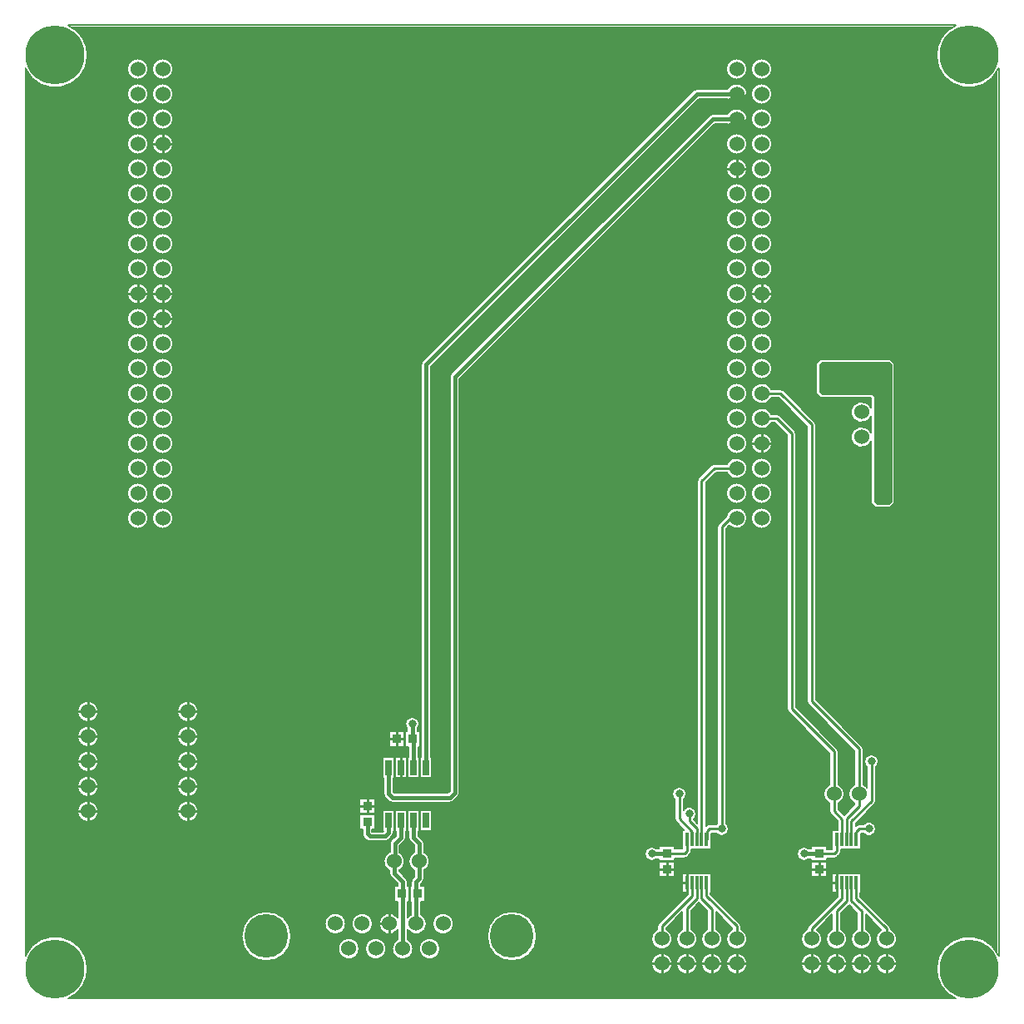
<source format=gbl>
G04 EasyPC Gerber Version 21.0.3 Build 4286 *
%FSLAX35Y35*%
%MOIN*%
%ADD99R,0.01181X0.05512*%
%ADD98R,0.02559X0.05906*%
%ADD85R,0.03543X0.03740*%
%ADD19C,0.00001*%
%ADD10C,0.00800*%
%ADD71C,0.01000*%
%ADD16C,0.01500*%
%ADD86C,0.03200*%
%ADD13C,0.06000*%
%ADD84C,0.17500*%
%ADD77C,0.23622*%
%ADD78R,0.03740X0.03543*%
X0Y0D02*
D02*
D10*
X395400Y395627D02*
G75*
G02X370460Y400821I-11930J5194D01*
G01*
G75*
G02X378277Y412750I13011*
G01*
X22523*
G75*
G02X30340Y400821I-5194J-11930*
G01*
G75*
G02X5400Y395627I-13011*
G01*
Y39873*
G75*
G02X30340Y34679I11930J-5194*
G01*
G75*
G02X22523Y22750I-13011*
G01*
X378277*
G75*
G02X370460Y34679I5194J11930*
G01*
G75*
G02X395400Y39873I13011*
G01*
Y395627*
X50400Y219450D02*
G75*
G02X54600Y215250J-4200D01*
G01*
G75*
G02X50400Y211050I-4200*
G01*
G75*
G02X46200Y215250J4200*
G01*
G75*
G02X50400Y219450I4200*
G01*
Y229450D02*
G75*
G02X54600Y225250J-4200D01*
G01*
G75*
G02X50400Y221050I-4200*
G01*
G75*
G02X46200Y225250J4200*
G01*
G75*
G02X50400Y229450I4200*
G01*
Y239450D02*
G75*
G02X54600Y235250J-4200D01*
G01*
G75*
G02X50400Y231050I-4200*
G01*
G75*
G02X46200Y235250J4200*
G01*
G75*
G02X50400Y239450I4200*
G01*
Y249450D02*
G75*
G02X54600Y245250J-4200D01*
G01*
G75*
G02X50400Y241050I-4200*
G01*
G75*
G02X46200Y245250J4200*
G01*
G75*
G02X50400Y249450I4200*
G01*
Y259450D02*
G75*
G02X54600Y255250J-4200D01*
G01*
G75*
G02X50400Y251050I-4200*
G01*
G75*
G02X46200Y255250J4200*
G01*
G75*
G02X50400Y259450I4200*
G01*
Y269450D02*
G75*
G02X54600Y265250J-4200D01*
G01*
G75*
G02X50400Y261050I-4200*
G01*
G75*
G02X46200Y265250J4200*
G01*
G75*
G02X50400Y269450I4200*
G01*
Y279450D02*
G75*
G02X54600Y275250J-4200D01*
G01*
G75*
G02X50400Y271050I-4200*
G01*
G75*
G02X46200Y275250J4200*
G01*
G75*
G02X50400Y279450I4200*
G01*
Y289450D02*
G75*
G02X54600Y285250J-4200D01*
G01*
G75*
G02X50400Y281050I-4200*
G01*
G75*
G02X46200Y285250J4200*
G01*
G75*
G02X50400Y289450I4200*
G01*
Y299450D02*
G75*
G02X54600Y295250J-4200D01*
G01*
G75*
G02X50400Y291050I-4200*
G01*
G75*
G02X46200Y295250J4200*
G01*
G75*
G02X50400Y299450I4200*
G01*
Y309450D02*
G75*
G02X54600Y305250J-4200D01*
G01*
G75*
G02X50400Y301050I-4200*
G01*
G75*
G02X46200Y305250J4200*
G01*
G75*
G02X50400Y309450I4200*
G01*
Y319450D02*
G75*
G02X54600Y315250J-4200D01*
G01*
G75*
G02X50400Y311050I-4200*
G01*
G75*
G02X46200Y315250J4200*
G01*
G75*
G02X50400Y319450I4200*
G01*
Y329450D02*
G75*
G02X54600Y325250J-4200D01*
G01*
G75*
G02X50400Y321050I-4200*
G01*
G75*
G02X46200Y325250J4200*
G01*
G75*
G02X50400Y329450I4200*
G01*
Y339450D02*
G75*
G02X54600Y335250J-4200D01*
G01*
G75*
G02X50400Y331050I-4200*
G01*
G75*
G02X46200Y335250J4200*
G01*
G75*
G02X50400Y339450I4200*
G01*
Y349450D02*
G75*
G02X54600Y345250J-4200D01*
G01*
G75*
G02X50400Y341050I-4200*
G01*
G75*
G02X46200Y345250J4200*
G01*
G75*
G02X50400Y349450I4200*
G01*
Y359450D02*
G75*
G02X54600Y355250J-4200D01*
G01*
G75*
G02X50400Y351050I-4200*
G01*
G75*
G02X46200Y355250J4200*
G01*
G75*
G02X50400Y359450I4200*
G01*
Y369450D02*
G75*
G02X54600Y365250J-4200D01*
G01*
G75*
G02X50400Y361050I-4200*
G01*
G75*
G02X46200Y365250J4200*
G01*
G75*
G02X50400Y369450I4200*
G01*
Y379450D02*
G75*
G02X54600Y375250J-4200D01*
G01*
G75*
G02X50400Y371050I-4200*
G01*
G75*
G02X46200Y375250J4200*
G01*
G75*
G02X50400Y379450I4200*
G01*
Y389450D02*
G75*
G02X54600Y385250J-4200D01*
G01*
G75*
G02X50400Y381050I-4200*
G01*
G75*
G02X46200Y385250J4200*
G01*
G75*
G02X50400Y389450I4200*
G01*
Y399450D02*
G75*
G02X54600Y395250J-4200D01*
G01*
G75*
G02X50400Y391050I-4200*
G01*
G75*
G02X46200Y395250J4200*
G01*
G75*
G02X50400Y399450I4200*
G01*
X60400Y219450D02*
G75*
G02X64600Y215250J-4200D01*
G01*
G75*
G02X60400Y211050I-4200*
G01*
G75*
G02X56200Y215250J4200*
G01*
G75*
G02X60400Y219450I4200*
G01*
Y229450D02*
G75*
G02X64600Y225250J-4200D01*
G01*
G75*
G02X60400Y221050I-4200*
G01*
G75*
G02X56200Y225250J4200*
G01*
G75*
G02X60400Y229450I4200*
G01*
Y239450D02*
G75*
G02X64600Y235250J-4200D01*
G01*
G75*
G02X60400Y231050I-4200*
G01*
G75*
G02X56200Y235250J4200*
G01*
G75*
G02X60400Y239450I4200*
G01*
Y249450D02*
G75*
G02X64600Y245250J-4200D01*
G01*
G75*
G02X60400Y241050I-4200*
G01*
G75*
G02X56200Y245250J4200*
G01*
G75*
G02X60400Y249450I4200*
G01*
Y259450D02*
G75*
G02X64600Y255250J-4200D01*
G01*
G75*
G02X60400Y251050I-4200*
G01*
G75*
G02X56200Y255250J4200*
G01*
G75*
G02X60400Y259450I4200*
G01*
Y269450D02*
G75*
G02X64600Y265250J-4200D01*
G01*
G75*
G02X60400Y261050I-4200*
G01*
G75*
G02X56200Y265250J4200*
G01*
G75*
G02X60400Y269450I4200*
G01*
Y279450D02*
G75*
G02X64600Y275250J-4200D01*
G01*
G75*
G02X60400Y271050I-4200*
G01*
G75*
G02X56200Y275250J4200*
G01*
G75*
G02X60400Y279450I4200*
G01*
Y289450D02*
G75*
G02X64600Y285250J-4200D01*
G01*
G75*
G02X60400Y281050I-4200*
G01*
G75*
G02X56200Y285250J4200*
G01*
G75*
G02X60400Y289450I4200*
G01*
Y299450D02*
G75*
G02X64600Y295250J-4200D01*
G01*
G75*
G02X60400Y291050I-4200*
G01*
G75*
G02X56200Y295250J4200*
G01*
G75*
G02X60400Y299450I4200*
G01*
Y309450D02*
G75*
G02X64600Y305250J-4200D01*
G01*
G75*
G02X60400Y301050I-4200*
G01*
G75*
G02X56200Y305250J4200*
G01*
G75*
G02X60400Y309450I4200*
G01*
Y319450D02*
G75*
G02X64600Y315250J-4200D01*
G01*
G75*
G02X60400Y311050I-4200*
G01*
G75*
G02X56200Y315250J4200*
G01*
G75*
G02X60400Y319450I4200*
G01*
Y329450D02*
G75*
G02X64600Y325250J-4200D01*
G01*
G75*
G02X60400Y321050I-4200*
G01*
G75*
G02X56200Y325250J4200*
G01*
G75*
G02X60400Y329450I4200*
G01*
Y339450D02*
G75*
G02X64600Y335250J-4200D01*
G01*
G75*
G02X60400Y331050I-4200*
G01*
G75*
G02X56200Y335250J4200*
G01*
G75*
G02X60400Y339450I4200*
G01*
Y349450D02*
G75*
G02X64600Y345250J-4200D01*
G01*
G75*
G02X60400Y341050I-4200*
G01*
G75*
G02X56200Y345250J4200*
G01*
G75*
G02X60400Y349450I4200*
G01*
Y359450D02*
G75*
G02X64600Y355250J-4200D01*
G01*
G75*
G02X60400Y351050I-4200*
G01*
G75*
G02X56200Y355250J4200*
G01*
G75*
G02X60400Y359450I4200*
G01*
Y369450D02*
G75*
G02X64600Y365250J-4200D01*
G01*
G75*
G02X60400Y361050I-4200*
G01*
G75*
G02X56200Y365250J4200*
G01*
G75*
G02X60400Y369450I4200*
G01*
Y379450D02*
G75*
G02X64600Y375250J-4200D01*
G01*
G75*
G02X60400Y371050I-4200*
G01*
G75*
G02X56200Y375250J4200*
G01*
G75*
G02X60400Y379450I4200*
G01*
Y389450D02*
G75*
G02X64600Y385250J-4200D01*
G01*
G75*
G02X60400Y381050I-4200*
G01*
G75*
G02X56200Y385250J4200*
G01*
G75*
G02X60400Y389450I4200*
G01*
Y399450D02*
G75*
G02X64600Y395250J-4200D01*
G01*
G75*
G02X60400Y391050I-4200*
G01*
G75*
G02X56200Y395250J4200*
G01*
G75*
G02X60400Y399450I4200*
G01*
X70400Y101950D02*
G75*
G02X74600Y97750J-4200D01*
G01*
G75*
G02X70400Y93550I-4200*
G01*
G75*
G02X66200Y97750J4200*
G01*
G75*
G02X70400Y101950I4200*
G01*
Y111950D02*
G75*
G02X74600Y107750J-4200D01*
G01*
G75*
G02X70400Y103550I-4200*
G01*
G75*
G02X66200Y107750J4200*
G01*
G75*
G02X70400Y111950I4200*
G01*
Y121950D02*
G75*
G02X74600Y117750J-4200D01*
G01*
G75*
G02X70400Y113550I-4200*
G01*
G75*
G02X66200Y117750J4200*
G01*
G75*
G02X70400Y121950I4200*
G01*
Y131950D02*
G75*
G02X74600Y127750J-4200D01*
G01*
G75*
G02X70400Y123550I-4200*
G01*
G75*
G02X66200Y127750J4200*
G01*
G75*
G02X70400Y131950I4200*
G01*
Y141950D02*
G75*
G02X74600Y137750J-4200D01*
G01*
G75*
G02X70400Y133550I-4200*
G01*
G75*
G02X66200Y137750J4200*
G01*
G75*
G02X70400Y141950I4200*
G01*
X92037Y47750D02*
G75*
G02X111937I9950D01*
G01*
G75*
G02X92037I-9950*
G01*
X125387Y52750D02*
G75*
G02X133787I4200D01*
G01*
G75*
G02X125387I-4200*
G01*
X130787Y42750D02*
G75*
G02X139187I4200D01*
G01*
G75*
G02X130787I-4200*
G01*
X136187Y52750D02*
G75*
G02X144587I4200D01*
G01*
G75*
G02X136187I-4200*
G01*
X141587Y42750D02*
G75*
G02X149987I4200D01*
G01*
G75*
G02X141587I-4200*
G01*
X148420Y98274D02*
X153380D01*
Y89967*
X152850*
Y89250*
G75*
G02X152279Y87871I-1950J0*
G01*
X150779Y86371*
G75*
G02X149400Y85800I-1379J1379*
G01*
X143400*
G75*
G02X142021Y86371I0J1950*
G01*
X141021Y87371*
G75*
G02X140450Y88750I1379J1379*
G01*
Y90628*
X139329*
Y96573*
X145471*
Y90628*
X144350*
Y89700*
X148592*
X148859Y89967*
X148420*
Y98274*
X165106Y81470D02*
G75*
G02Y74030I-1950J-3720D01*
G01*
Y70750*
G75*
G02X164535Y69371I-1950J0*
G01*
X163937Y68774*
Y67821*
X165522*
Y61679*
X163937*
Y56470*
G75*
G02X166187Y52750I-1950J-3720*
G01*
G75*
G02X158537Y50355I-4200*
G01*
Y46470*
G75*
G02X160787Y42750I-1950J-3720*
G01*
G75*
G02X152387I-4200*
G01*
G75*
G02X154637Y46470I4200*
G01*
Y50355*
G75*
G02X146987Y52750I-3450J2395*
G01*
G75*
G02X154637Y55145I4200*
G01*
Y61679*
X153278*
Y67821*
X154637*
Y68755*
X151777Y71615*
G75*
G02X151206Y72994I1379J1379*
G01*
Y74030*
G75*
G02X151450Y81588I1950J3720*
G01*
Y84750*
G75*
G02X152021Y86129I1950J0*
G01*
X153950Y88058*
Y89967*
X153420*
Y98274*
X158380*
Y89967*
X157850*
Y87250*
G75*
G02X157279Y85871I-1950J0*
G01*
X155350Y83942*
Y81331*
G75*
G02X155106Y74030I-2194J-3581*
G01*
Y73802*
X157966Y70941*
G75*
G02X158537Y69563I-1379J-1379*
G01*
Y67821*
X159223*
Y61679*
X158537*
Y55145*
G75*
G02X160037Y56470I3450J-2395*
G01*
Y61679*
X159577*
Y67821*
X160037*
Y69581*
G75*
G02X160609Y70960I1950J0*
G01*
X161206Y71558*
Y74030*
G75*
G02Y81470I1950J3720*
G01*
Y84186*
X159521Y85871*
G75*
G02X158950Y87250I1379J1379*
G01*
Y89967*
X158420*
Y98274*
X163380*
Y89967*
X162850*
Y88058*
X164535Y86373*
G75*
G02X165106Y84994I-1379J-1379*
G01*
Y81470*
X163187Y42750D02*
G75*
G02X171587I4200D01*
G01*
G75*
G02X163187I-4200*
G01*
X139329Y102872D02*
X145471D01*
Y96927*
X139329*
Y102872*
X286680Y377200D02*
G75*
G02X294600Y375250I3720J-1950D01*
G01*
G75*
G02X286680Y373300I-4200*
G01*
X281708*
X179350Y270942*
Y105250*
G75*
G02X178779Y103871I-1950J0*
G01*
X176779Y101871*
G75*
G02X175400Y101300I-1379J1379*
G01*
X152400*
G75*
G02X151021Y101871I0J1950*
G01*
X149521Y103371*
G75*
G02X148950Y104750I1379J1379*
G01*
Y111226*
X148420*
Y119533*
X153380*
Y111226*
X152850*
Y105558*
X153208Y105200*
X174592*
X175450Y106058*
Y271750*
G75*
G02X176021Y273129I1950J0*
G01*
X279521Y376629*
G75*
G02X280900Y377200I1379J-1379*
G01*
X286680*
X290400Y249450D02*
G75*
G02X294600Y245250J-4200D01*
G01*
G75*
G02X290400Y241050I-4200*
G01*
G75*
G02X286200Y245250J4200*
G01*
G75*
G02X290400Y249450I4200*
G01*
Y259450D02*
G75*
G02X294600Y255250J-4200D01*
G01*
G75*
G02X290400Y251050I-4200*
G01*
G75*
G02X286200Y255250J4200*
G01*
G75*
G02X290400Y259450I4200*
G01*
Y269450D02*
G75*
G02X294600Y265250J-4200D01*
G01*
G75*
G02X290400Y261050I-4200*
G01*
G75*
G02X286200Y265250J4200*
G01*
G75*
G02X290400Y269450I4200*
G01*
Y279450D02*
G75*
G02X294600Y275250J-4200D01*
G01*
G75*
G02X290400Y271050I-4200*
G01*
G75*
G02X286200Y275250J4200*
G01*
G75*
G02X290400Y279450I4200*
G01*
Y289450D02*
G75*
G02Y281050J-4200D01*
G01*
G75*
G02X286200Y285250J4200*
G01*
G75*
G02X290400Y289450I4200*
G01*
Y299450D02*
G75*
G02X294600Y295250J-4200D01*
G01*
G75*
G02X290400Y291050I-4200*
G01*
G75*
G02X286200Y295250J4200*
G01*
G75*
G02X290400Y299450I4200*
G01*
Y309450D02*
G75*
G02X294600Y305250J-4200D01*
G01*
G75*
G02X290400Y301050I-4200*
G01*
G75*
G02X286200Y305250J4200*
G01*
G75*
G02X290400Y309450I4200*
G01*
Y319450D02*
G75*
G02X294600Y315250J-4200D01*
G01*
G75*
G02X290400Y311050I-4200*
G01*
G75*
G02X286200Y315250J4200*
G01*
G75*
G02X290400Y319450I4200*
G01*
Y329450D02*
G75*
G02X294600Y325250J-4200D01*
G01*
G75*
G02X290400Y321050I-4200*
G01*
G75*
G02X286200Y325250J4200*
G01*
G75*
G02X290400Y329450I4200*
G01*
Y339450D02*
G75*
G02X294600Y335250J-4200D01*
G01*
G75*
G02X290400Y331050I-4200*
G01*
G75*
G02X286200Y335250J4200*
G01*
G75*
G02X290400Y339450I4200*
G01*
Y349450D02*
G75*
G02X294600Y345250J-4200D01*
G01*
G75*
G02X290400Y341050I-4200*
G01*
G75*
G02X286200Y345250J4200*
G01*
G75*
G02X290400Y349450I4200*
G01*
Y359450D02*
G75*
G02X294600Y355250J-4200D01*
G01*
G75*
G02X290400Y351050I-4200*
G01*
G75*
G02X286200Y355250J4200*
G01*
G75*
G02X290400Y359450I4200*
G01*
Y369450D02*
G75*
G02X294600Y365250J-4200D01*
G01*
G75*
G02X290400Y361050I-4200*
G01*
G75*
G02X286200Y365250J4200*
G01*
G75*
G02X290400Y369450I4200*
G01*
X190437Y47750D02*
G75*
G02X210337I9950D01*
G01*
G75*
G02X190437I-9950*
G01*
X286559Y236950D02*
G75*
G02X294600Y235250I3841J-1700D01*
G01*
G75*
G02X286559Y233550I-4200*
G01*
X282104*
X278069Y229514*
Y92045*
X278087Y92063*
G75*
G02X279401Y92607I1313J-1313*
G01*
X282305*
G75*
G02X282700Y92975I2095J-1858*
G01*
Y211750*
G75*
G02X283198Y212952I1700J0*
G01*
X286198Y215952*
G75*
G02X286271Y216021I1202J-1197*
G01*
G75*
G02X294600Y215250I4129J-771*
G01*
G75*
G02X287383Y212328I-4200*
G01*
X286100Y211046*
Y92975*
G75*
G02X287200Y90750I-1700J-2225*
G01*
G75*
G02X282305Y88893I-2800*
G01*
X280257*
Y86474*
G75*
G02X280128Y85794I-1857*
G01*
Y82455*
X272257*
Y81750*
G75*
G02X271713Y80437I-1857*
G01*
X270863Y79586*
G75*
G02X269549Y79042I-1313J1313*
G01*
X265471*
Y77927*
X259329*
Y78643*
X258244*
G75*
G02X253600Y80750I-1844J2107*
G01*
G75*
G02X258244Y82857I2800*
G01*
X259329*
Y83872*
X265471*
Y82757*
X268543*
Y86348*
G75*
G02X268672Y87029I1857*
G01*
Y90368*
X269378*
X266198Y93548*
G75*
G02X265700Y94750I1202J1202*
G01*
Y102525*
G75*
G02X264600Y104750I1700J2225*
G01*
G75*
G02X270200I2800*
G01*
G75*
G02X269100Y102525I-2800*
G01*
Y98347*
G75*
G02X274200Y96750I2300J-1597*
G01*
G75*
G02X273100Y94525I-2800*
G01*
Y94454*
X274669Y92886*
Y230219*
G75*
G02X275167Y231420I1700J0*
G01*
X280198Y236452*
G75*
G02X281402Y236950I1202J-1202*
G01*
X286559*
X290400Y229450D02*
G75*
G02X294600Y225250J-4200D01*
G01*
G75*
G02X290400Y221050I-4200*
G01*
G75*
G02X286200Y225250J4200*
G01*
G75*
G02X290400Y229450I4200*
G01*
X292100Y50591D02*
G75*
G02X294600Y46750I-1700J-3841D01*
G01*
G75*
G02X286200I-4200*
G01*
G75*
G02X288700Y50591I4200*
G01*
Y51046*
X282100Y57646*
Y50591*
G75*
G02X284600Y46750I-1700J-3841*
G01*
G75*
G02X276200I-4200*
G01*
G75*
G02X278700Y50591I4200*
G01*
Y58014*
X275384Y61330*
X272100Y58046*
Y50591*
G75*
G02X274600Y46750I-1700J-3841*
G01*
G75*
G02X266200I-4200*
G01*
G75*
G02X268700Y50591I4200*
G01*
Y57646*
X262100Y51046*
Y50591*
G75*
G02X264600Y46750I-1700J-3841*
G01*
G75*
G02X256200I-4200*
G01*
G75*
G02X258700Y50591I4200*
G01*
Y51750*
G75*
G02X259198Y52952I1700J0*
G01*
X270731Y64486*
Y65132*
X268672*
Y73045*
X280128*
Y65132*
X280037*
Y64517*
X291602Y52952*
G75*
G02X292100Y51750I-1202J-1202*
G01*
Y50591*
X286200Y36750D02*
G75*
G02X294600I4200D01*
G01*
G75*
G02X286200I-4200*
G01*
X276200D02*
G75*
G02X284600I4200D01*
G01*
G75*
G02X276200I-4200*
G01*
X266200D02*
G75*
G02X274600I4200D01*
G01*
G75*
G02X266200I-4200*
G01*
X259329Y77573D02*
X265471D01*
Y71628*
X259329*
Y77573*
X256200Y36750D02*
G75*
G02X264600I4200D01*
G01*
G75*
G02X256200I-4200*
G01*
X163420Y98274D02*
X168380D01*
Y89967*
X163420*
Y98274*
X168587Y52750D02*
G75*
G02X176987I4200D01*
G01*
G75*
G02X168587I-4200*
G01*
X151278Y129821D02*
X157223D01*
Y123679*
X151278*
Y129821*
X153420Y119533D02*
X158380D01*
Y111226*
X153420*
Y119533*
X162507Y129821D02*
X163522D01*
Y123679*
X162850*
Y119533*
X163380*
Y111226*
X158420*
Y119533*
X158950*
Y123679*
X157577*
Y129821*
X158293*
Y130906*
G75*
G02X157600Y132750I2108J1844*
G01*
G75*
G02X163200I2800*
G01*
G75*
G02X162507Y130906I-2800*
G01*
Y129821*
X286680Y387200D02*
G75*
G02X294600Y385250I3720J-1950D01*
G01*
G75*
G02X286680Y383300I-4200*
G01*
X275208*
X167850Y275942*
Y119533*
X168380*
Y111226*
X163420*
Y119533*
X163950*
Y276750*
G75*
G02X164521Y278129I1950J0*
G01*
X273021Y386629*
G75*
G02X274400Y387200I1379J-1379*
G01*
X286680*
X290400Y399450D02*
G75*
G02X294600Y395250J-4200D01*
G01*
G75*
G02X290400Y391050I-4200*
G01*
G75*
G02X286200Y395250J4200*
G01*
G75*
G02X290400Y399450I4200*
G01*
X300400Y219450D02*
G75*
G02X304600Y215250J-4200D01*
G01*
G75*
G02X300400Y211050I-4200*
G01*
G75*
G02X296200Y215250J4200*
G01*
G75*
G02X300400Y219450I4200*
G01*
Y229450D02*
G75*
G02X304600Y225250J-4200D01*
G01*
G75*
G02X300400Y221050I-4200*
G01*
G75*
G02X296200Y225250J4200*
G01*
G75*
G02X300400Y229450I4200*
G01*
Y239450D02*
G75*
G02X304600Y235250J-4200D01*
G01*
G75*
G02X300400Y231050I-4200*
G01*
G75*
G02X296200Y235250J4200*
G01*
G75*
G02X300400Y239450I4200*
G01*
Y249450D02*
G75*
G02X304600Y245250J-4200D01*
G01*
G75*
G02X300400Y241050I-4200*
G01*
G75*
G02X296200Y245250J4200*
G01*
G75*
G02X300400Y249450I4200*
G01*
X341600Y117750D02*
G75*
G02X347200I2800D01*
G01*
G75*
G02X346100Y115525I-2800*
G01*
Y101781*
G75*
G02X345602Y100580I-1700J0*
G01*
X338069Y93046*
Y91823*
X338195Y91950*
G75*
G02X339400Y92450I1205J-1200*
G01*
X341175*
G75*
G02X346200Y90750I2225J-1700*
G01*
G75*
G02X341175Y89050I-2800*
G01*
X340128*
Y82455*
X332320*
Y81813*
G75*
G02X331776Y80500I-1857*
G01*
X330713Y79437*
G75*
G02X329399Y78893I-1313J1313*
G01*
X326471*
Y77927*
X320329*
Y78643*
X319244*
G75*
G02X314600Y80750I-1844J2107*
G01*
G75*
G02X319244Y82857I2800*
G01*
X320329*
Y83872*
X326471*
Y82607*
X328606*
Y86411*
G75*
G02X328672Y86903I1858*
G01*
Y90368*
X330731*
Y94014*
X328198Y96548*
G75*
G02X327700Y97750I1202J1202*
G01*
Y100909*
G75*
G02Y108591I1700J3841*
G01*
Y121046*
X311198Y137548*
G75*
G02X310700Y138750I1202J1202*
G01*
Y248546*
X305696Y253550*
X304241*
G75*
G02X296200Y255250I-3841J1700*
G01*
G75*
G02X304241Y256950I4200*
G01*
X306398*
G75*
G02X307602Y256452I2J-1700*
G01*
X313602Y250452*
G75*
G02X314100Y249250I-1202J-1202*
G01*
Y139454*
X330602Y122952*
G75*
G02X331100Y121750I-1202J-1202*
G01*
Y108591*
G75*
G02Y100909I-1700J-3841*
G01*
Y98454*
X333400Y96154*
X337700Y100454*
Y100909*
G75*
G02Y108591I1700J3841*
G01*
Y122046*
X319198Y140548*
G75*
G02X318700Y141750I1202J1202*
G01*
Y252046*
X307196Y263550*
X304241*
G75*
G02X296200Y265250I-3841J1700*
G01*
G75*
G02X304241Y266950I4200*
G01*
X307898*
G75*
G02X309102Y266452I2J-1700*
G01*
X321602Y253952*
G75*
G02X322100Y252750I-1202J-1202*
G01*
Y142454*
X340602Y123952*
G75*
G02X341100Y122750I-1202J-1202*
G01*
Y108591*
G75*
G02X342700Y107348I-1700J-3841*
G01*
Y115525*
G75*
G02X341600Y117750I1700J2225*
G01*
X352100Y50591D02*
G75*
G02X354600Y46750I-1700J-3841D01*
G01*
G75*
G02X346200I-4200*
G01*
G75*
G02X348337Y50409I4200*
G01*
X342100Y56646*
Y50591*
G75*
G02X344600Y46750I-1700J-3841*
G01*
G75*
G02X336200I-4200*
G01*
G75*
G02X338700Y50591I4200*
G01*
Y57046*
X335400Y60346*
X332100Y57046*
Y50591*
G75*
G02X334600Y46750I-1700J-3841*
G01*
G75*
G02X326200I-4200*
G01*
G75*
G02X328700Y50591I4200*
G01*
Y56646*
X322463Y50409*
G75*
G02X324600Y46750I-2063J-3659*
G01*
G75*
G02X316200I-4200*
G01*
G75*
G02X318700Y50591I4200*
G01*
Y50750*
G75*
G02X319198Y51952I1700J0*
G01*
X330731Y63486*
Y65132*
X328672*
Y73045*
X340128*
Y65132*
X340037*
Y63517*
X351602Y51952*
G75*
G02X352100Y50750I-1202J-1202*
G01*
Y50591*
X346200Y36750D02*
G75*
G02X354600I4200D01*
G01*
G75*
G02X346200I-4200*
G01*
X336200D02*
G75*
G02X344600I4200D01*
G01*
G75*
G02X336200I-4200*
G01*
X326200D02*
G75*
G02X334600I4200D01*
G01*
G75*
G02X326200I-4200*
G01*
X320329Y77573D02*
X326471D01*
Y71628*
X320329*
Y77573*
X316200Y36750D02*
G75*
G02X324600I4200D01*
G01*
G75*
G02X316200I-4200*
G01*
X300400Y279450D02*
G75*
G02X304600Y275250J-4200D01*
G01*
G75*
G02X300400Y271050I-4200*
G01*
G75*
G02X296200Y275250J4200*
G01*
G75*
G02X300400Y279450I4200*
G01*
Y289450D02*
G75*
G02Y281050J-4200D01*
G01*
G75*
G02X296200Y285250J4200*
G01*
G75*
G02X300400Y289450I4200*
G01*
Y299450D02*
G75*
G02X304600Y295250J-4200D01*
G01*
G75*
G02X300400Y291050I-4200*
G01*
G75*
G02X296200Y295250J4200*
G01*
G75*
G02X300400Y299450I4200*
G01*
Y309450D02*
G75*
G02Y301050J-4200D01*
G01*
G75*
G02X296200Y305250J4200*
G01*
G75*
G02X300400Y309450I4200*
G01*
Y319450D02*
G75*
G02Y311050J-4200D01*
G01*
G75*
G02X296200Y315250J4200*
G01*
G75*
G02X300400Y319450I4200*
G01*
Y329450D02*
G75*
G02X304600Y325250J-4200D01*
G01*
G75*
G02X300400Y321050I-4200*
G01*
G75*
G02X296200Y325250J4200*
G01*
G75*
G02X300400Y329450I4200*
G01*
Y339450D02*
G75*
G02X304600Y335250J-4200D01*
G01*
G75*
G02X300400Y331050I-4200*
G01*
G75*
G02X296200Y335250J4200*
G01*
G75*
G02X300400Y339450I4200*
G01*
Y349450D02*
G75*
G02Y341050J-4200D01*
G01*
G75*
G02X296200Y345250J4200*
G01*
G75*
G02X300400Y349450I4200*
G01*
Y359450D02*
G75*
G02X304600Y355250J-4200D01*
G01*
G75*
G02X300400Y351050I-4200*
G01*
G75*
G02X296200Y355250J4200*
G01*
G75*
G02X300400Y359450I4200*
G01*
Y369450D02*
G75*
G02X304600Y365250J-4200D01*
G01*
G75*
G02X300400Y361050I-4200*
G01*
G75*
G02X296200Y365250J4200*
G01*
G75*
G02X300400Y369450I4200*
G01*
Y379450D02*
G75*
G02X304600Y375250J-4200D01*
G01*
G75*
G02X300400Y371050I-4200*
G01*
G75*
G02X296200Y375250J4200*
G01*
G75*
G02X300400Y379450I4200*
G01*
Y389450D02*
G75*
G02X304600Y385250J-4200D01*
G01*
G75*
G02X300400Y381050I-4200*
G01*
G75*
G02X296200Y385250J4200*
G01*
G75*
G02X300400Y389450I4200*
G01*
Y399450D02*
G75*
G02X304600Y395250J-4200D01*
G01*
G75*
G02X300400Y391050I-4200*
G01*
G75*
G02X296200Y395250J4200*
G01*
G75*
G02X300400Y399450I4200*
G01*
X353248Y277600D02*
G75*
G02X353600Y276750I-848J-850D01*
G01*
Y221750*
G75*
G02X353248Y220900I-1200*
G01*
X352250Y219902*
G75*
G02X351400Y219550I-850J848*
G01*
X346400*
G75*
G02X345550Y219902J1200*
G01*
X344552Y220900*
G75*
G02X344200Y221750I848J850*
G01*
Y245961*
G75*
G02X336200Y247750I-3800J1789*
G01*
G75*
G02X344200Y249539I4200*
G01*
Y255961*
G75*
G02X336200Y257750I-3800J1789*
G01*
G75*
G02X344200Y259539I4200*
G01*
Y263253*
X343903Y263550*
X324400*
G75*
G02X323550Y263902J1200*
G01*
X322552Y264900*
G75*
G02X322200Y265750I848J850*
G01*
Y276750*
G75*
G02X322552Y277600I1200*
G01*
X323550Y278598*
G75*
G02X324400Y278950I850J-848*
G01*
X351400*
G75*
G02X352250Y278598J-1200*
G01*
X353248Y277600*
X30400Y101950D02*
G75*
G02X34600Y97750J-4200D01*
G01*
G75*
G02X30400Y93550I-4200*
G01*
G75*
G02X26200Y97750J4200*
G01*
G75*
G02X30400Y101950I4200*
G01*
Y111950D02*
G75*
G02X34600Y107750J-4200D01*
G01*
G75*
G02X30400Y103550I-4200*
G01*
G75*
G02X26200Y107750J4200*
G01*
G75*
G02X30400Y111950I4200*
G01*
Y121950D02*
G75*
G02X34600Y117750J-4200D01*
G01*
G75*
G02X30400Y113550I-4200*
G01*
G75*
G02X26200Y117750J4200*
G01*
G75*
G02X30400Y121950I4200*
G01*
Y131950D02*
G75*
G02X34600Y127750J-4200D01*
G01*
G75*
G02X30400Y123550I-4200*
G01*
G75*
G02X26200Y127750J4200*
G01*
G75*
G02X30400Y131950I4200*
G01*
Y141950D02*
G75*
G02X34600Y137750J-4200D01*
G01*
G75*
G02X30400Y133550I-4200*
G01*
G75*
G02X26200Y137750J4200*
G01*
G75*
G02X30400Y141950I4200*
G01*
X370626Y36750D02*
G36*
X354600D01*
G75*
G02X346200I-4200*
G01*
X344600*
G75*
G02X336200I-4200*
G01*
X334600*
G75*
G02X326200I-4200*
G01*
X324600*
G75*
G02X316200I-4200*
G01*
X294600*
G75*
G02X286200I-4200*
G01*
X284600*
G75*
G02X276200I-4200*
G01*
X274600*
G75*
G02X266200I-4200*
G01*
X264600*
G75*
G02X256200I-4200*
G01*
X30174*
G75*
G02X30340Y34679I-12846J-2070*
G01*
G75*
G02X23359Y23150I-13011*
G01*
X377441*
G75*
G02X370460Y34679I6030J11529*
G01*
Y34679*
G75*
G02X370626Y36750I13011J1*
G01*
G37*
X7124Y42750D02*
G36*
X5800D01*
Y40709*
G75*
G02X7124Y42750I11530J-6030*
G01*
G37*
X370626Y36750D02*
G36*
G75*
G02X373265Y42750I12845J-2071D01*
G01*
X351681*
G75*
G02X349119I-1281J4000*
G01*
X341681*
G75*
G02X339119I-1281J4000*
G01*
X331681*
G75*
G02X329119I-1281J4000*
G01*
X321681*
G75*
G02X319119I-1281J4000*
G01*
X291681*
G75*
G02X289119I-1281J4000*
G01*
X281681*
G75*
G02X279119I-1281J4000*
G01*
X271681*
G75*
G02X269119I-1281J4000*
G01*
X261681*
G75*
G02X259119I-1281J4000*
G01*
X208990*
G75*
G02X191785I-8602J5000*
G01*
X171587*
G75*
G02X163187I-4200*
G01*
X160787*
G75*
G02X152387I-4200*
G01*
X149987*
G75*
G02X141587I-4200*
G01*
X139187*
G75*
G02X130787I-4200*
G01*
X110590*
G75*
G02X93385I-8602J5000*
G01*
X27534*
G75*
G02X30174Y36750I-10206J-8072*
G01*
X256200*
G75*
G02X264600I4200*
G01*
X266200*
G75*
G02X274600I4200*
G01*
X276200*
G75*
G02X284600I4200*
G01*
X286200*
G75*
G02X294600I4200*
G01*
X316200*
G75*
G02X324600I4200*
G01*
X326200*
G75*
G02X334600I4200*
G01*
X336200*
G75*
G02X344600I4200*
G01*
X346200*
G75*
G02X354600I4200*
G01*
X370626*
G37*
X395000Y40709D02*
G36*
Y42750D01*
X393676*
G75*
G02X395000Y40709I-10206J-8070*
G01*
G37*
X92037Y47750D02*
G36*
X5800D01*
Y42750*
X7124*
G75*
G02X27534I10206J-8071*
G01*
X93385*
G75*
G02X92037Y47750I8602J5000*
G01*
G37*
X152387Y42750D02*
G36*
G75*
G02X154637Y46470I4200D01*
G01*
Y47750*
X111937*
G75*
G02X110590Y42750I-9950J0*
G01*
X130787*
G75*
G02X139187I4200*
G01*
X141587*
G75*
G02X149987I4200*
G01*
X152387*
G37*
X190437Y47750D02*
G36*
X158537D01*
Y46470*
G75*
G02X160787Y42750I-1950J-3720*
G01*
X163187*
G75*
G02X171587I4200*
G01*
X191785*
G75*
G02X190437Y47750I8602J5000*
G01*
G37*
X256321D02*
G36*
X210337D01*
G75*
G02X208990Y42750I-9950J0*
G01*
X259119*
G75*
G02X256200Y46750I1281J4000*
G01*
Y46750*
G75*
G02X256321Y47750I4200J-1*
G01*
G37*
X266321D02*
G36*
X264479D01*
G75*
G02X264600Y46750I-4079J-1000*
G01*
Y46750*
G75*
G02X261681Y42750I-4200*
G01*
X269119*
G75*
G02X266200Y46750I1281J4000*
G01*
Y46750*
G75*
G02X266321Y47750I4200J-1*
G01*
G37*
X276321D02*
G36*
X274479D01*
G75*
G02X274600Y46750I-4079J-1000*
G01*
Y46750*
G75*
G02X271681Y42750I-4200*
G01*
X279119*
G75*
G02X276200Y46750I1281J4000*
G01*
Y46750*
G75*
G02X276321Y47750I4200J-1*
G01*
G37*
X286321D02*
G36*
X284479D01*
G75*
G02X284600Y46750I-4079J-1000*
G01*
Y46750*
G75*
G02X281681Y42750I-4200*
G01*
X289119*
G75*
G02X286200Y46750I1281J4000*
G01*
Y46750*
G75*
G02X286321Y47750I4200J-1*
G01*
G37*
X316321D02*
G36*
X294479D01*
G75*
G02X294600Y46750I-4079J-1000*
G01*
Y46750*
G75*
G02X291681Y42750I-4200*
G01*
X319119*
G75*
G02X316200Y46750I1281J4000*
G01*
Y46750*
G75*
G02X316321Y47750I4200J-1*
G01*
G37*
X326321D02*
G36*
X324479D01*
G75*
G02X324600Y46750I-4080J-1000*
G01*
G75*
G02X321681Y42750I-4200*
G01*
X329119*
G75*
G02X326200Y46750I1281J4000*
G01*
Y46750*
G75*
G02X326321Y47750I4200J-1*
G01*
G37*
X336321D02*
G36*
X334479D01*
G75*
G02X334600Y46750I-4079J-1000*
G01*
Y46750*
G75*
G02X331681Y42750I-4200*
G01*
X339119*
G75*
G02X336200Y46750I1281J4000*
G01*
Y46750*
G75*
G02X336321Y47750I4200J-1*
G01*
G37*
X346321D02*
G36*
X344479D01*
G75*
G02X344600Y46750I-4079J-1000*
G01*
Y46750*
G75*
G02X341681Y42750I-4200*
G01*
X349119*
G75*
G02X346200Y46750I1281J4000*
G01*
G75*
G02X346321Y47750I4201J0*
G01*
G37*
X393676Y42750D02*
G36*
X395000D01*
Y47750*
X354479*
G75*
G02X354600Y46750I-4079J-1000*
G01*
Y46750*
G75*
G02X351681Y42750I-4200*
G01*
X373265*
G75*
G02X393676I10206J-8071*
G01*
G37*
X92037Y47750D02*
G36*
G75*
G02X93385Y52750I9950J0D01*
G01*
X5800*
Y47750*
X92037*
G37*
X146987Y52750D02*
G36*
X144587D01*
G75*
G02X136187I-4200*
G01*
X133787*
G75*
G02X125387I-4200*
G01*
X110590*
G75*
G02X111937Y47750I-8602J-5000*
G01*
X154637*
Y50355*
G75*
G02X146987Y52750I-3450J2395*
G01*
Y52750*
G37*
X190437Y47750D02*
G36*
G75*
G02X191785Y52750I9950J0D01*
G01*
X176987*
G75*
G02X168587I-4200*
G01*
X166187*
Y52750*
G75*
G02X158537Y50355I-4200*
G01*
Y47750*
X190437*
G37*
X256321D02*
G36*
G75*
G02X258700Y50591I4078J-999D01*
G01*
Y51750*
G75*
G02X259026Y52750I1701J-1*
G01*
X208990*
G75*
G02X210337Y47750I-8602J-5000*
G01*
X256321*
G37*
X266321D02*
G36*
G75*
G02X268700Y50591I4078J-999D01*
G01*
Y52750*
X263804*
X262100Y51046*
Y50591*
G75*
G02X264479Y47750I-1699J-3840*
G01*
X266321*
G37*
X276321D02*
G36*
G75*
G02X278700Y50591I4078J-999D01*
G01*
Y52750*
X272100*
Y50591*
G75*
G02X274479Y47750I-1699J-3840*
G01*
X276321*
G37*
X286321D02*
G36*
G75*
G02X288700Y50591I4078J-999D01*
G01*
Y51046*
X286996Y52750*
X282100*
Y50591*
G75*
G02X284479Y47750I-1699J-3840*
G01*
X286321*
G37*
X319996Y52750D02*
G36*
X291774D01*
G75*
G02X292100Y51750I-1376J-1001*
G01*
Y50591*
G75*
G02X294479Y47750I-1699J-3840*
G01*
X316321*
G75*
G02X318700Y50591I4078J-999*
G01*
Y50750*
G75*
G02X319198Y51952I1701J-1*
G01*
X319996Y52750*
G37*
X326321Y47750D02*
G36*
G75*
G02X328700Y50591I4078J-999D01*
G01*
Y52750*
X324804*
X322463Y50409*
G75*
G02X324479Y47750I-2064J-3659*
G01*
X326321*
G37*
X336321D02*
G36*
G75*
G02X338700Y50591I4078J-999D01*
G01*
Y52750*
X332100*
Y50591*
G75*
G02X334479Y47750I-1699J-3840*
G01*
X336321*
G37*
X346321D02*
G36*
G75*
G02X348337Y50409I4080J-1001D01*
G01*
X345996Y52750*
X342100*
Y50591*
G75*
G02X344479Y47750I-1699J-3840*
G01*
X346321*
G37*
X354479D02*
G36*
X395000D01*
Y52750*
X350804*
X351602Y51952*
G75*
G02X352100Y50750I-1203J-1203*
G01*
Y50591*
G75*
G02X354479Y47750I-1699J-3840*
G01*
G37*
X146987Y52750D02*
G36*
Y52750D01*
G75*
G02X154637Y55145I4200*
G01*
Y61679*
X153278*
Y67821*
X154637*
Y68755*
X151777Y71615*
G75*
G02X151206Y72994I1378J1379*
G01*
Y74030*
G75*
G02X150378Y74600I1950J3720*
G01*
X5800*
Y52750*
X93385*
G75*
G02X110590I8602J-5000*
G01*
X125387*
G75*
G02X133787I4200*
G01*
X136187*
G75*
G02X144587I4200*
G01*
X146987*
G37*
X160378Y74600D02*
G36*
X155934D01*
G75*
G02X155106Y74030I-2778J3150*
G01*
Y73802*
X157966Y70941*
G75*
G02X158537Y69563I-1378J-1379*
G01*
Y67821*
X159223*
Y61679*
X158537*
Y55145*
G75*
G02X160037Y56470I3453J-2399*
G01*
Y61679*
X159577*
Y67821*
X160037*
Y69581*
G75*
G02X160609Y70960I1950*
G01*
X161206Y71558*
Y74030*
G75*
G02X160378Y74600I1950J3720*
G01*
G37*
X350804Y52750D02*
G36*
X395000D01*
Y74600*
X326471*
Y71628*
X320329*
Y74600*
X265471*
Y71628*
X259329*
Y74600*
X165934*
G75*
G02X165106Y74030I-2779J3149*
G01*
Y70750*
G75*
G02X164535Y69371I-1950*
G01*
X163937Y68774*
Y67821*
X165522*
Y61679*
X163937*
Y56470*
G75*
G02X166187Y52750I-1950J-3720*
G01*
X168587*
G75*
G02X176987I4200*
G01*
X191785*
G75*
G02X208990I8602J-5000*
G01*
X259026*
G75*
G02X259198Y52952I1376J-1000*
G01*
X270731Y64486*
Y65132*
X268672*
Y73045*
X280128*
Y65132*
X280037*
Y64517*
X291602Y52952*
G75*
G02X291774Y52750I-1203J-1202*
G01*
X319996*
X330731Y63486*
Y65132*
X328672*
Y73045*
X340128*
Y65132*
X340037*
Y63517*
X350804Y52750*
G37*
X268700D02*
G36*
Y57646D01*
X263804Y52750*
X268700*
G37*
X278700D02*
G36*
Y58014D01*
X275384Y61330*
X272100Y58046*
Y52750*
X278700*
G37*
X286996D02*
G36*
X282100Y57646D01*
Y52750*
X286996*
G37*
X328700D02*
G36*
Y56646D01*
X324804Y52750*
X328700*
G37*
X338700D02*
G36*
Y57046D01*
X335400Y60346*
X332100Y57046*
Y52750*
X338700*
G37*
X345996D02*
G36*
X342100Y56646D01*
Y52750*
X345996*
G37*
X153420Y97750D02*
G36*
X153380D01*
Y89967*
X152850*
Y89250*
G75*
G02X152279Y87871I-1950*
G01*
X150779Y86371*
G75*
G02X149400Y85800I-1379J1378*
G01*
X143400*
G75*
G02X142021Y86371I0J1950*
G01*
X141021Y87371*
G75*
G02X140450Y88750I1378J1379*
G01*
Y90628*
X139329*
Y96573*
X145471*
Y90628*
X144350*
Y89700*
X148592*
X148859Y89967*
X148420*
Y97750*
X145471*
Y96927*
X139329*
Y97750*
X74600*
G75*
G02X70400Y93550I-4200*
G01*
G75*
G02X66200Y97750J4200*
G01*
X34600*
G75*
G02X30400Y93550I-4200*
G01*
G75*
G02X26200Y97750J4200*
G01*
X5800*
Y74600*
X150378*
G75*
G02X148956Y77750I2778J3150*
G01*
G75*
G02X151450Y81588I4200*
G01*
Y84750*
G75*
G02X152021Y86129I1950*
G01*
X153950Y88058*
Y89967*
X153420*
Y97750*
G37*
X160378Y74600D02*
G36*
G75*
G02X158956Y77750I2778J3150D01*
G01*
G75*
G02X161206Y81470I4200*
G01*
Y84186*
X159521Y85871*
G75*
G02X158950Y87250I1378J1379*
G01*
Y89967*
X158420*
Y97750*
X158380*
Y89967*
X157850*
Y87250*
G75*
G02X157279Y85871I-1950*
G01*
X155350Y83942*
Y81331*
G75*
G02X157356Y77750I-2194J-3581*
G01*
G75*
G02X155934Y74600I-4200*
G01*
X160378*
G37*
X342772Y97750D02*
G36*
X338069Y93046D01*
Y91823*
X338195Y91950*
G75*
G02X339400Y92450I1204J-1198*
G01*
X341175*
G75*
G02X346200Y90750I2225J-1700*
G01*
G75*
G02X341175Y89050I-2800*
G01*
X340128*
Y82455*
X332320*
Y81813*
G75*
G02X331776Y80500I-1857*
G01*
X330713Y79437*
G75*
G02X329399Y78893I-1313J1313*
G01*
X326471*
Y77927*
X320329*
Y78643*
X319244*
G75*
G02X314600Y80750I-1844J2108*
G01*
G75*
G02X319244Y82857I2800J0*
G01*
X320329*
Y83872*
X326471*
Y82607*
X328606*
Y86411*
G75*
G02Y86413I2148J1*
G01*
G75*
G02X328672Y86903I1847*
G01*
Y90368*
X330731*
Y94014*
X328198Y96548*
G75*
G02X327700Y97750I1203J1203*
G01*
X286100*
Y92975*
G75*
G02X287200Y90750I-1701J-2225*
G01*
G75*
G02X282305Y88893I-2800J0*
G01*
X280257*
Y86474*
G75*
G02X280128Y85794I-1864J2*
G01*
Y82455*
X272257*
Y81750*
G75*
G02X271713Y80437I-1857*
G01*
X270863Y79586*
G75*
G02X269549Y79042I-1313J1313*
G01*
X265471*
Y77927*
X259329*
Y78643*
X258244*
G75*
G02X253600Y80750I-1844J2108*
G01*
G75*
G02X258244Y82857I2800J0*
G01*
X259329*
Y83872*
X265471*
Y82757*
X268543*
Y86348*
G75*
G02X268672Y87029I1864J-2*
G01*
Y90368*
X269378*
X266198Y93548*
G75*
G02X265700Y94750I1203J1203*
G01*
Y97750*
X168380*
Y89967*
X163420*
Y97750*
X163380*
Y89967*
X162850*
Y88058*
X164535Y86373*
G75*
G02X165106Y84994I-1378J-1379*
G01*
Y81470*
G75*
G02X167356Y77750I-1950J-3720*
G01*
G75*
G02X165934Y74600I-4200J0*
G01*
X259329*
Y77573*
X265471*
Y74600*
X320329*
Y77573*
X326471*
Y74600*
X395000*
Y97750*
X342772*
G37*
X274669D02*
G36*
X274015D01*
G75*
G02X274200Y96750I-2615J-1000*
G01*
G75*
G02X273100Y94525I-2801J0*
G01*
Y94454*
X274669Y92886*
Y97750*
G37*
X282700D02*
G36*
X278069D01*
Y92045*
X278087Y92063*
G75*
G02X279401Y92607I1313J-1313*
G01*
X282305*
G75*
G02X282700Y92975I2066J-1827*
G01*
Y97750*
G37*
X334996D02*
G36*
X331804D01*
X333400Y96154*
X334996Y97750*
G37*
X274669Y107750D02*
G36*
X179350D01*
Y105250*
G75*
G02X178779Y103871I-1950*
G01*
X176779Y101871*
G75*
G02X175400Y101300I-1379J1378*
G01*
X152400*
G75*
G02X151021Y101871I0J1950*
G01*
X149521Y103371*
G75*
G02X148950Y104750I1378J1379*
G01*
Y107750*
X74600*
G75*
G02X70400Y103550I-4200*
G01*
G75*
G02X66200Y107750J4200*
G01*
X34600*
G75*
G02X30400Y103550I-4200*
G01*
G75*
G02X26200Y107750J4200*
G01*
X5800*
Y97750*
X26200*
G75*
G02X30400Y101950I4200*
G01*
G75*
G02X34600Y97750J-4200*
G01*
X66200*
G75*
G02X70400Y101950I4200*
G01*
G75*
G02X74600Y97750J-4200*
G01*
X139329*
Y102872*
X145471*
Y97750*
X148420*
Y98274*
X153380*
Y97750*
X153420*
Y98274*
X158380*
Y97750*
X158420*
Y98274*
X163380*
Y97750*
X163420*
Y98274*
X168380*
Y97750*
X265700*
Y102525*
G75*
G02X264600Y104750I1701J2225*
G01*
G75*
G02X270200I2800*
G01*
G75*
G02X269100Y102525I-2801J0*
G01*
Y98347*
G75*
G02X274015Y97750I2300J-1597*
G01*
X274669*
Y107750*
G37*
X175450D02*
G36*
X152850D01*
Y105558*
X153208Y105200*
X174592*
X175450Y106058*
Y107750*
G37*
X282700D02*
G36*
X278069D01*
Y97750*
X282700*
Y107750*
G37*
X326461D02*
G36*
X286100D01*
Y97750*
X327700*
Y100909*
G75*
G02X325200Y104750I1700J3841*
G01*
G75*
G02X326461Y107750I4200*
G01*
G37*
X334996Y97750D02*
G36*
X337700Y100454D01*
Y100909*
G75*
G02X335200Y104750I1700J3841*
G01*
G75*
G02X336461Y107750I4200*
G01*
X332339*
G75*
G02X333600Y104750I-2939J-3000*
G01*
G75*
G02X331100Y100909I-4200*
G01*
Y98454*
X331804Y97750*
X334996*
G37*
X342700Y107750D02*
G36*
X342339D01*
G75*
G02X342700Y107348I-2938J-2999*
G01*
Y107750*
G37*
X346100D02*
G36*
Y101781D01*
G75*
G02X345602Y100580I-1701J1*
G01*
X342772Y97750*
X395000*
Y107750*
X346100*
G37*
X148420Y117750D02*
G36*
X74600D01*
G75*
G02X70400Y113550I-4200*
G01*
G75*
G02X66200Y117750J4200*
G01*
X34600*
G75*
G02X30400Y113550I-4200*
G01*
G75*
G02X26200Y117750J4200*
G01*
X5800*
Y107750*
X26200*
G75*
G02X30400Y111950I4200*
G01*
G75*
G02X34600Y107750J-4200*
G01*
X66200*
G75*
G02X70400Y111950I4200*
G01*
G75*
G02X74600Y107750J-4200*
G01*
X148950*
Y111226*
X148420*
Y117750*
G37*
X175450D02*
G36*
X168380D01*
Y111226*
X163420*
Y117750*
X163380*
Y111226*
X158420*
Y117750*
X158380*
Y111226*
X153420*
Y117750*
X153380*
Y111226*
X152850*
Y107750*
X175450*
Y117750*
G37*
X274669D02*
G36*
X179350D01*
Y107750*
X274669*
Y117750*
G37*
X282700D02*
G36*
X278069D01*
Y107750*
X282700*
Y117750*
G37*
X326461Y107750D02*
G36*
G75*
G02X327700Y108591I2939J-3000D01*
G01*
Y117750*
X286100*
Y107750*
X326461*
G37*
X336461D02*
G36*
G75*
G02X337700Y108591I2939J-3000D01*
G01*
Y117750*
X331100*
Y108591*
G75*
G02X332339Y107750I-1700J-3841*
G01*
X336461*
G37*
X341600Y117750D02*
G36*
X341100D01*
Y108591*
G75*
G02X342339Y107750I-1699J-3839*
G01*
X342700*
Y115525*
G75*
G02X341600Y117750I1701J2225*
G01*
G37*
X347200D02*
G36*
G75*
G02X346100Y115525I-2801J0D01*
G01*
Y107750*
X395000*
Y117750*
X347200*
G37*
X157577Y127750D02*
G36*
X157223D01*
Y123679*
X151278*
Y127750*
X74600*
G75*
G02X70400Y123550I-4200*
G01*
G75*
G02X66200Y127750J4200*
G01*
X34600*
G75*
G02X30400Y123550I-4200*
G01*
G75*
G02X26200Y127750J4200*
G01*
X5800*
Y117750*
X26200*
G75*
G02X30400Y121950I4200*
G01*
G75*
G02X34600Y117750J-4200*
G01*
X66200*
G75*
G02X70400Y121950I4200*
G01*
G75*
G02X74600Y117750J-4200*
G01*
X148420*
Y119533*
X153380*
Y117750*
X153420*
Y119533*
X158380*
Y117750*
X158420*
Y119533*
X158950*
Y123679*
X157577*
Y127750*
G37*
X175450D02*
G36*
X167850D01*
Y119533*
X168380*
Y117750*
X175450*
Y127750*
G37*
X163420Y117750D02*
G36*
Y119533D01*
X163950*
Y127750*
X163522*
Y123679*
X162850*
Y119533*
X163380*
Y117750*
X163420*
G37*
X274669Y127750D02*
G36*
X179350D01*
Y117750*
X274669*
Y127750*
G37*
X282700D02*
G36*
X278069D01*
Y117750*
X282700*
Y127750*
G37*
X327700Y117750D02*
G36*
Y121046D01*
X320996Y127750*
X286100*
Y117750*
X327700*
G37*
X337700D02*
G36*
Y122046D01*
X331996Y127750*
X325804*
X330602Y122952*
G75*
G02X331100Y121750I-1203J-1203*
G01*
Y117750*
X337700*
G37*
X341100D02*
G36*
X341600D01*
G75*
G02X347200I2800*
G01*
X395000*
Y127750*
X336804*
X340602Y123952*
G75*
G02X341100Y122750I-1203J-1203*
G01*
Y117750*
G37*
X163950Y137750D02*
G36*
X74600D01*
G75*
G02X70400Y133550I-4200*
G01*
G75*
G02X66200Y137750J4200*
G01*
X34600*
G75*
G02X30400Y133550I-4200*
G01*
G75*
G02X26200Y137750J4200*
G01*
X5800*
Y127750*
X26200*
G75*
G02X30400Y131950I4200*
G01*
G75*
G02X34600Y127750J-4200*
G01*
X66200*
G75*
G02X70400Y131950I4200*
G01*
G75*
G02X74600Y127750J-4200*
G01*
X151278*
Y129821*
X157223*
Y127750*
X157577*
Y129821*
X158293*
Y130906*
G75*
G02X157600Y132750I2107J1843*
G01*
Y132750*
G75*
G02X163200I2800*
G01*
Y132750*
G75*
G02X162507Y130906I-2800*
G01*
Y129821*
X163522*
Y127750*
X163950*
Y137750*
G37*
X175450D02*
G36*
X167850D01*
Y127750*
X175450*
Y137750*
G37*
X274669D02*
G36*
X179350D01*
Y127750*
X274669*
Y137750*
G37*
X282700D02*
G36*
X278069D01*
Y127750*
X282700*
Y137750*
G37*
X320996Y127750D02*
G36*
X311198Y137548D01*
G75*
G02X311026Y137750I1203J1202*
G01*
X286100*
Y127750*
X320996*
G37*
X331996D02*
G36*
X321996Y137750D01*
X315804*
X325804Y127750*
X331996*
G37*
X336804D02*
G36*
X395000D01*
Y137750*
X326804*
X336804Y127750*
G37*
X163950Y215250D02*
G36*
X64600D01*
G75*
G02X60400Y211050I-4200*
G01*
G75*
G02X56200Y215250J4200*
G01*
X54600*
G75*
G02X50400Y211050I-4200*
G01*
G75*
G02X46200Y215250J4200*
G01*
X5800*
Y137750*
X26200*
G75*
G02X30400Y141950I4200*
G01*
G75*
G02X34600Y137750J-4200*
G01*
X66200*
G75*
G02X70400Y141950I4200*
G01*
G75*
G02X74600Y137750J-4200*
G01*
X163950*
Y215250*
G37*
X175450D02*
G36*
X167850D01*
Y137750*
X175450*
Y215250*
G37*
X274669D02*
G36*
X179350D01*
Y137750*
X274669*
Y215250*
G37*
X285496D02*
G36*
X278069D01*
Y137750*
X282700*
Y211750*
G75*
G02X283198Y212952I1701J-1*
G01*
X285496Y215250*
G37*
X311026Y137750D02*
G36*
G75*
G02X310700Y138750I1376J1001D01*
G01*
Y215250*
X304600*
G75*
G02X300400Y211050I-4200*
G01*
G75*
G02X296200Y215250J4200*
G01*
X294600*
Y215250*
G75*
G02X287383Y212328I-4200*
G01*
X286100Y211046*
Y137750*
X311026*
G37*
X321996D02*
G36*
X319198Y140548D01*
G75*
G02X318700Y141750I1203J1203*
G01*
Y215250*
X314100*
Y139454*
X315804Y137750*
X321996*
G37*
X326804D02*
G36*
X395000D01*
Y215250*
X322100*
Y142454*
X326804Y137750*
G37*
X163950Y225250D02*
G36*
X64600D01*
G75*
G02X60400Y221050I-4200*
G01*
G75*
G02X56200Y225250J4200*
G01*
X54600*
G75*
G02X50400Y221050I-4200*
G01*
G75*
G02X46200Y225250J4200*
G01*
X5800*
Y215250*
X46200*
G75*
G02X50400Y219450I4200*
G01*
G75*
G02X54600Y215250J-4200*
G01*
X56200*
G75*
G02X60400Y219450I4200*
G01*
G75*
G02X64600Y215250J-4200*
G01*
X163950*
Y225250*
G37*
X175450D02*
G36*
X167850D01*
Y215250*
X175450*
Y225250*
G37*
X274669D02*
G36*
X179350D01*
Y215250*
X274669*
Y225250*
G37*
X310700D02*
G36*
X304600D01*
G75*
G02X300400Y221050I-4200*
G01*
G75*
G02X296200Y225250J4200*
G01*
X294600*
G75*
G02X290400Y221050I-4200*
G01*
G75*
G02X286200Y225250J4200*
G01*
X278069*
Y215250*
X285496*
X286198Y215952*
G75*
G02X286271Y216021I1606J-1624*
G01*
G75*
G02X294600Y215250I4129J-771*
G01*
X296200*
G75*
G02X300400Y219450I4200*
G01*
G75*
G02X304600Y215250J-4200*
G01*
X310700*
Y225250*
G37*
X318700D02*
G36*
X314100D01*
Y215250*
X318700*
Y225250*
G37*
X353600D02*
G36*
Y221750D01*
G75*
G02X353248Y220900I-1202J1*
G01*
X352250Y219902*
G75*
G02X351400Y219550I-850J850*
G01*
X346400*
G75*
G02X345550Y219902I1J1202*
G01*
X344552Y220900*
G75*
G02X344200Y221750I850J850*
G01*
Y225250*
X322100*
Y215250*
X395000*
Y225250*
X353600*
G37*
X163950Y235250D02*
G36*
X64600D01*
G75*
G02X60400Y231050I-4200*
G01*
G75*
G02X56200Y235250J4200*
G01*
X54600*
G75*
G02X50400Y231050I-4200*
G01*
G75*
G02X46200Y235250J4200*
G01*
X5800*
Y225250*
X46200*
G75*
G02X50400Y229450I4200*
G01*
G75*
G02X54600Y225250J-4200*
G01*
X56200*
G75*
G02X60400Y229450I4200*
G01*
G75*
G02X64600Y225250J-4200*
G01*
X163950*
Y235250*
G37*
X175450D02*
G36*
X167850D01*
Y225250*
X175450*
Y235250*
G37*
X278996D02*
G36*
X179350D01*
Y225250*
X274669*
Y230219*
G75*
G02X275167Y231420I1701J-1*
G01*
X278996Y235250*
G37*
X310700D02*
G36*
X304600D01*
G75*
G02X300400Y231050I-4200*
G01*
G75*
G02X296200Y235250J4200*
G01*
X294600*
G75*
G02X286559Y233550I-4200*
G01*
X282104*
X278069Y229514*
Y225250*
X286200*
G75*
G02X290400Y229450I4200*
G01*
G75*
G02X294600Y225250J-4200*
G01*
X296200*
G75*
G02X300400Y229450I4200*
G01*
G75*
G02X304600Y225250J-4200*
G01*
X310700*
Y235250*
G37*
X318700D02*
G36*
X314100D01*
Y225250*
X318700*
Y235250*
G37*
X344200D02*
G36*
X322100D01*
Y225250*
X344200*
Y235250*
G37*
X353600D02*
G36*
Y225250D01*
X395000*
Y235250*
X353600*
G37*
X163950Y245250D02*
G36*
X64600D01*
G75*
G02X60400Y241050I-4200*
G01*
G75*
G02X56200Y245250J4200*
G01*
X54600*
G75*
G02X50400Y241050I-4200*
G01*
G75*
G02X46200Y245250J4200*
G01*
X5800*
Y235250*
X46200*
G75*
G02X50400Y239450I4200*
G01*
G75*
G02X54600Y235250J-4200*
G01*
X56200*
G75*
G02X60400Y239450I4200*
G01*
G75*
G02X64600Y235250J-4200*
G01*
X163950*
Y245250*
G37*
X175450D02*
G36*
X167850D01*
Y235250*
X175450*
Y245250*
G37*
X310700D02*
G36*
X304600D01*
G75*
G02X300400Y241050I-4200*
G01*
G75*
G02X296200Y245250J4200*
G01*
X294600*
G75*
G02X290400Y241050I-4200*
G01*
G75*
G02X286200Y245250J4200*
G01*
X179350*
Y235250*
X278996*
X280198Y236452*
G75*
G02X281402Y236950I1202J-1202*
G01*
X286559*
G75*
G02X294600Y235250I3841J-1700*
G01*
X296200*
G75*
G02X300400Y239450I4200*
G01*
G75*
G02X304600Y235250J-4200*
G01*
X310700*
Y245250*
G37*
X318700D02*
G36*
X314100D01*
Y235250*
X318700*
Y245250*
G37*
X344200D02*
G36*
X343775D01*
G75*
G02X337025I-3375J2500*
G01*
X322100*
Y235250*
X344200*
Y245250*
G37*
X353600D02*
G36*
Y235250D01*
X395000*
Y245250*
X353600*
G37*
X163950Y255250D02*
G36*
X64600D01*
G75*
G02X60400Y251050I-4200*
G01*
G75*
G02X56200Y255250J4200*
G01*
X54600*
G75*
G02X50400Y251050I-4200*
G01*
G75*
G02X46200Y255250J4200*
G01*
X5800*
Y245250*
X46200*
G75*
G02X50400Y249450I4200*
G01*
G75*
G02X54600Y245250J-4200*
G01*
X56200*
G75*
G02X60400Y249450I4200*
G01*
G75*
G02X64600Y245250J-4200*
G01*
X163950*
Y255250*
G37*
X175450D02*
G36*
X167850D01*
Y245250*
X175450*
Y255250*
G37*
X310700Y245250D02*
G36*
Y248546D01*
X305696Y253550*
X304241*
G75*
G02X296200Y255250I-3841J1700*
G01*
X294600*
G75*
G02X290400Y251050I-4200*
G01*
G75*
G02X286200Y255250J4200*
G01*
X179350*
Y245250*
X286200*
G75*
G02X290400Y249450I4200*
G01*
G75*
G02X294600Y245250J-4200*
G01*
X296200*
G75*
G02X300400Y249450I4200*
G01*
G75*
G02X304600Y245250J-4200*
G01*
X310700*
G37*
X318700D02*
G36*
Y252046D01*
X315496Y255250*
X308804*
X313602Y250452*
G75*
G02X314100Y249250I-1203J-1203*
G01*
Y245250*
X318700*
G37*
X344200Y255250D02*
G36*
X343775D01*
G75*
G02X337025I-3375J2500*
G01*
X320304*
X321602Y253952*
G75*
G02X322100Y252750I-1203J-1203*
G01*
Y245250*
X337025*
G75*
G02X336200Y247750I3375J2500*
G01*
G75*
G02X344200Y249539I4200*
G01*
Y255250*
G37*
Y245250D02*
G36*
Y245961D01*
G75*
G02X343775Y245250I-3800J1790*
G01*
X344200*
G37*
X353600Y255250D02*
G36*
Y245250D01*
X395000*
Y255250*
X353600*
G37*
X163950Y265250D02*
G36*
X64600D01*
G75*
G02X60400Y261050I-4200*
G01*
G75*
G02X56200Y265250J4200*
G01*
X54600*
G75*
G02X50400Y261050I-4200*
G01*
G75*
G02X46200Y265250J4200*
G01*
X5800*
Y255250*
X46200*
G75*
G02X50400Y259450I4200*
G01*
G75*
G02X54600Y255250J-4200*
G01*
X56200*
G75*
G02X60400Y259450I4200*
G01*
G75*
G02X64600Y255250J-4200*
G01*
X163950*
Y265250*
G37*
X175450D02*
G36*
X167850D01*
Y255250*
X175450*
Y265250*
G37*
X315496Y255250D02*
G36*
X307196Y263550D01*
X304241*
G75*
G02X296200Y265250I-3841J1700*
G01*
X294600*
G75*
G02X290400Y261050I-4200*
G01*
G75*
G02X286200Y265250J4200*
G01*
X179350*
Y255250*
X286200*
G75*
G02X290400Y259450I4200*
G01*
G75*
G02X294600Y255250J-4200*
G01*
X296200*
G75*
G02X304241Y256950I4200*
G01*
X306398*
G75*
G02X307602Y256452I2J-1700*
G01*
X308804Y255250*
X315496*
G37*
X322309Y265250D02*
G36*
X310304D01*
X320304Y255250*
X337025*
G75*
G02X336200Y257750I3375J2500*
G01*
G75*
G02X344200Y259539I4200*
G01*
Y263253*
X343903Y263550*
X324400*
G75*
G02X323550Y263902I1J1202*
G01*
X322552Y264900*
G75*
G02X322309Y265250I850J851*
G01*
G37*
X344200Y255250D02*
G36*
Y255961D01*
G75*
G02X343775Y255250I-3800J1790*
G01*
X344200*
G37*
X353600Y265250D02*
G36*
Y255250D01*
X395000*
Y265250*
X353600*
G37*
X163950Y275250D02*
G36*
X64600D01*
G75*
G02X60400Y271050I-4200*
G01*
G75*
G02X56200Y275250J4200*
G01*
X54600*
G75*
G02X50400Y271050I-4200*
G01*
G75*
G02X46200Y275250J4200*
G01*
X5800*
Y265250*
X46200*
G75*
G02X50400Y269450I4200*
G01*
G75*
G02X54600Y265250J-4200*
G01*
X56200*
G75*
G02X60400Y269450I4200*
G01*
G75*
G02X64600Y265250J-4200*
G01*
X163950*
Y275250*
G37*
X178143D02*
G36*
X167850D01*
Y265250*
X175450*
Y271750*
G75*
G02X176021Y273129I1950*
G01*
X178143Y275250*
G37*
X322200D02*
G36*
X304600D01*
G75*
G02X300400Y271050I-4200*
G01*
G75*
G02X296200Y275250J4200*
G01*
X294600*
G75*
G02X290400Y271050I-4200*
G01*
G75*
G02X286200Y275250J4200*
G01*
X183658*
X179350Y270942*
Y265250*
X286200*
G75*
G02X290400Y269450I4200*
G01*
G75*
G02X294600Y265250J-4200*
G01*
X296200*
G75*
G02X304241Y266950I4200*
G01*
X307898*
G75*
G02X309102Y266452I2J-1700*
G01*
X310304Y265250*
X322309*
G75*
G02X322200Y265750I1093J500*
G01*
Y275250*
G37*
X353600D02*
G36*
Y265250D01*
X395000*
Y275250*
X353600*
G37*
X171643Y285250D02*
G36*
X64600D01*
G75*
G02X60400Y281050I-4200*
G01*
G75*
G02X56200Y285250J4200*
G01*
X54600*
G75*
G02X50400Y281050I-4200*
G01*
G75*
G02X46200Y285250J4200*
G01*
X5800*
Y275250*
X46200*
G75*
G02X50400Y279450I4200*
G01*
G75*
G02X54600Y275250J-4200*
G01*
X56200*
G75*
G02X60400Y279450I4200*
G01*
G75*
G02X64600Y275250J-4200*
G01*
X163950*
Y276750*
G75*
G02X164521Y278129I1950*
G01*
X171643Y285250*
G37*
X188143D02*
G36*
X177158D01*
X167850Y275942*
Y275250*
X178143*
X188143Y285250*
G37*
X353600Y275250D02*
G36*
X395000D01*
Y285250*
X304600*
G75*
G02X300400Y281050I-4200*
G01*
G75*
G02X296200Y285250J4200*
G01*
X294600*
G75*
G02X290400Y281050I-4200*
G01*
G75*
G02X286200Y285250J4200*
G01*
X193658*
X183658Y275250*
X286200*
G75*
G02X290400Y279450I4200*
G01*
G75*
G02X294600Y275250J-4200*
G01*
X296200*
G75*
G02X300400Y279450I4200*
G01*
G75*
G02X304600Y275250J-4200*
G01*
X322200*
Y276750*
G75*
G02X322552Y277600I1202J-1*
G01*
X323550Y278598*
G75*
G02X324400Y278950I850J-850*
G01*
X351400*
G75*
G02X352250Y278598I-1J-1202*
G01*
X353248Y277600*
G75*
G02X353600Y276750I-850J-850*
G01*
Y275250*
G37*
X181643Y295250D02*
G36*
X64600D01*
G75*
G02X60400Y291050I-4200*
G01*
G75*
G02X56200Y295250J4200*
G01*
X54600*
G75*
G02X50400Y291050I-4200*
G01*
G75*
G02X46200Y295250J4200*
G01*
X5800*
Y285250*
X46200*
G75*
G02X50400Y289450I4200*
G01*
G75*
G02X54600Y285250J-4200*
G01*
X56200*
G75*
G02X60400Y289450I4200*
G01*
G75*
G02X64600Y285250J-4200*
G01*
X171643*
X181643Y295250*
G37*
X198143D02*
G36*
X187158D01*
X177158Y285250*
X188143*
X198143Y295250*
G37*
X203658D02*
G36*
X193658Y285250D01*
X286200*
G75*
G02X290400Y289450I4200*
G01*
G75*
G02X294600Y285250J-4200*
G01*
X296200*
G75*
G02X300400Y289450I4200*
G01*
G75*
G02X304600Y285250J-4200*
G01*
X395000*
Y295250*
X304600*
G75*
G02X300400Y291050I-4200*
G01*
G75*
G02X296200Y295250J4200*
G01*
X294600*
G75*
G02X290400Y291050I-4200*
G01*
G75*
G02X286200Y295250J4200*
G01*
X203658*
G37*
X191643Y305250D02*
G36*
X64600D01*
G75*
G02X60400Y301050I-4200*
G01*
G75*
G02X56200Y305250J4200*
G01*
X54600*
G75*
G02X50400Y301050I-4200*
G01*
G75*
G02X46200Y305250J4200*
G01*
X5800*
Y295250*
X46200*
G75*
G02X50400Y299450I4200*
G01*
G75*
G02X54600Y295250J-4200*
G01*
X56200*
G75*
G02X60400Y299450I4200*
G01*
G75*
G02X64600Y295250J-4200*
G01*
X181643*
X191643Y305250*
G37*
X208143D02*
G36*
X197158D01*
X187158Y295250*
X198143*
X208143Y305250*
G37*
X213658D02*
G36*
X203658Y295250D01*
X286200*
G75*
G02X290400Y299450I4200*
G01*
G75*
G02X294600Y295250J-4200*
G01*
X296200*
G75*
G02X300400Y299450I4200*
G01*
G75*
G02X304600Y295250J-4200*
G01*
X395000*
Y305250*
X304600*
G75*
G02X300400Y301050I-4200*
G01*
G75*
G02X296200Y305250J4200*
G01*
X294600*
G75*
G02X290400Y301050I-4200*
G01*
G75*
G02X286200Y305250J4200*
G01*
X213658*
G37*
X201643Y315250D02*
G36*
X64600D01*
G75*
G02X60400Y311050I-4200*
G01*
G75*
G02X56200Y315250J4200*
G01*
X54600*
G75*
G02X50400Y311050I-4200*
G01*
G75*
G02X46200Y315250J4200*
G01*
X5800*
Y305250*
X46200*
G75*
G02X50400Y309450I4200*
G01*
G75*
G02X54600Y305250J-4200*
G01*
X56200*
G75*
G02X60400Y309450I4200*
G01*
G75*
G02X64600Y305250J-4200*
G01*
X191643*
X201643Y315250*
G37*
X218143D02*
G36*
X207158D01*
X197158Y305250*
X208143*
X218143Y315250*
G37*
X223658D02*
G36*
X213658Y305250D01*
X286200*
G75*
G02X290400Y309450I4200*
G01*
G75*
G02X294600Y305250J-4200*
G01*
X296200*
G75*
G02X300400Y309450I4200*
G01*
G75*
G02X304600Y305250J-4200*
G01*
X395000*
Y315250*
X304600*
G75*
G02X300400Y311050I-4200*
G01*
G75*
G02X296200Y315250J4200*
G01*
X294600*
G75*
G02X290400Y311050I-4200*
G01*
G75*
G02X286200Y315250J4200*
G01*
X223658*
G37*
X211643Y325250D02*
G36*
X64600D01*
G75*
G02X60400Y321050I-4200*
G01*
G75*
G02X56200Y325250J4200*
G01*
X54600*
G75*
G02X50400Y321050I-4200*
G01*
G75*
G02X46200Y325250J4200*
G01*
X5800*
Y315250*
X46200*
G75*
G02X50400Y319450I4200*
G01*
G75*
G02X54600Y315250J-4200*
G01*
X56200*
G75*
G02X60400Y319450I4200*
G01*
G75*
G02X64600Y315250J-4200*
G01*
X201643*
X211643Y325250*
G37*
X228143D02*
G36*
X217158D01*
X207158Y315250*
X218143*
X228143Y325250*
G37*
X233658D02*
G36*
X223658Y315250D01*
X286200*
G75*
G02X290400Y319450I4200*
G01*
G75*
G02X294600Y315250J-4200*
G01*
X296200*
G75*
G02X300400Y319450I4200*
G01*
G75*
G02X304600Y315250J-4200*
G01*
X395000*
Y325250*
X304600*
G75*
G02X300400Y321050I-4200*
G01*
G75*
G02X296200Y325250J4200*
G01*
X294600*
G75*
G02X290400Y321050I-4200*
G01*
G75*
G02X286200Y325250J4200*
G01*
X233658*
G37*
X221643Y335250D02*
G36*
X64600D01*
G75*
G02X60400Y331050I-4200*
G01*
G75*
G02X56200Y335250J4200*
G01*
X54600*
G75*
G02X50400Y331050I-4200*
G01*
G75*
G02X46200Y335250J4200*
G01*
X5800*
Y325250*
X46200*
G75*
G02X50400Y329450I4200*
G01*
G75*
G02X54600Y325250J-4200*
G01*
X56200*
G75*
G02X60400Y329450I4200*
G01*
G75*
G02X64600Y325250J-4200*
G01*
X211643*
X221643Y335250*
G37*
X238143D02*
G36*
X227158D01*
X217158Y325250*
X228143*
X238143Y335250*
G37*
X243658D02*
G36*
X233658Y325250D01*
X286200*
G75*
G02X290400Y329450I4200*
G01*
G75*
G02X294600Y325250J-4200*
G01*
X296200*
G75*
G02X300400Y329450I4200*
G01*
G75*
G02X304600Y325250J-4200*
G01*
X395000*
Y335250*
X304600*
G75*
G02X300400Y331050I-4200*
G01*
G75*
G02X296200Y335250J4200*
G01*
X294600*
G75*
G02X290400Y331050I-4200*
G01*
G75*
G02X286200Y335250J4200*
G01*
X243658*
G37*
X231643Y345250D02*
G36*
X64600D01*
G75*
G02X60400Y341050I-4200*
G01*
G75*
G02X56200Y345250J4200*
G01*
X54600*
G75*
G02X50400Y341050I-4200*
G01*
G75*
G02X46200Y345250J4200*
G01*
X5800*
Y335250*
X46200*
G75*
G02X50400Y339450I4200*
G01*
G75*
G02X54600Y335250J-4200*
G01*
X56200*
G75*
G02X60400Y339450I4200*
G01*
G75*
G02X64600Y335250J-4200*
G01*
X221643*
X231643Y345250*
G37*
X248143D02*
G36*
X237158D01*
X227158Y335250*
X238143*
X248143Y345250*
G37*
X253658D02*
G36*
X243658Y335250D01*
X286200*
G75*
G02X290400Y339450I4200*
G01*
G75*
G02X294600Y335250J-4200*
G01*
X296200*
G75*
G02X300400Y339450I4200*
G01*
G75*
G02X304600Y335250J-4200*
G01*
X395000*
Y345250*
X304600*
G75*
G02X300400Y341050I-4200*
G01*
G75*
G02X296200Y345250J4200*
G01*
X294600*
G75*
G02X290400Y341050I-4200*
G01*
G75*
G02X286200Y345250J4200*
G01*
X253658*
G37*
X241643Y355250D02*
G36*
X64600D01*
G75*
G02X60400Y351050I-4200*
G01*
G75*
G02X56200Y355250J4200*
G01*
X54600*
G75*
G02X50400Y351050I-4200*
G01*
G75*
G02X46200Y355250J4200*
G01*
X5800*
Y345250*
X46200*
G75*
G02X50400Y349450I4200*
G01*
G75*
G02X54600Y345250J-4200*
G01*
X56200*
G75*
G02X60400Y349450I4200*
G01*
G75*
G02X64600Y345250J-4200*
G01*
X231643*
X241643Y355250*
G37*
X258143D02*
G36*
X247158D01*
X237158Y345250*
X248143*
X258143Y355250*
G37*
X263658D02*
G36*
X253658Y345250D01*
X286200*
G75*
G02X290400Y349450I4200*
G01*
G75*
G02X294600Y345250J-4200*
G01*
X296200*
G75*
G02X300400Y349450I4200*
G01*
G75*
G02X304600Y345250J-4200*
G01*
X395000*
Y355250*
X304600*
G75*
G02X300400Y351050I-4200*
G01*
G75*
G02X296200Y355250J4200*
G01*
X294600*
G75*
G02X290400Y351050I-4200*
G01*
G75*
G02X286200Y355250J4200*
G01*
X263658*
G37*
X251643Y365250D02*
G36*
X64600D01*
G75*
G02X60400Y361050I-4200*
G01*
G75*
G02X56200Y365250J4200*
G01*
X54600*
G75*
G02X50400Y361050I-4200*
G01*
G75*
G02X46200Y365250J4200*
G01*
X5800*
Y355250*
X46200*
G75*
G02X50400Y359450I4200*
G01*
G75*
G02X54600Y355250J-4200*
G01*
X56200*
G75*
G02X60400Y359450I4200*
G01*
G75*
G02X64600Y355250J-4200*
G01*
X241643*
X251643Y365250*
G37*
X268143D02*
G36*
X257158D01*
X247158Y355250*
X258143*
X268143Y365250*
G37*
X273658D02*
G36*
X263658Y355250D01*
X286200*
G75*
G02X290400Y359450I4200*
G01*
G75*
G02X294600Y355250J-4200*
G01*
X296200*
G75*
G02X300400Y359450I4200*
G01*
G75*
G02X304600Y355250J-4200*
G01*
X395000*
Y365250*
X304600*
G75*
G02X300400Y361050I-4200*
G01*
G75*
G02X296200Y365250J4200*
G01*
X294600*
G75*
G02X290400Y361050I-4200*
G01*
G75*
G02X286200Y365250J4200*
G01*
X273658*
G37*
X261643Y375250D02*
G36*
X64600D01*
G75*
G02X60400Y371050I-4200*
G01*
G75*
G02X56200Y375250J4200*
G01*
X54600*
G75*
G02X50400Y371050I-4200*
G01*
G75*
G02X46200Y375250J4200*
G01*
X5800*
Y365250*
X46200*
G75*
G02X50400Y369450I4200*
G01*
G75*
G02X54600Y365250J-4200*
G01*
X56200*
G75*
G02X60400Y369450I4200*
G01*
G75*
G02X64600Y365250J-4200*
G01*
X251643*
X261643Y375250*
G37*
X278143D02*
G36*
X267158D01*
X257158Y365250*
X268143*
X278143Y375250*
G37*
X294600D02*
G36*
G75*
G02X286680Y373300I-4200D01*
G01*
X281708*
X273658Y365250*
X286200*
G75*
G02X290400Y369450I4200*
G01*
G75*
G02X294600Y365250J-4200*
G01*
X296200*
G75*
G02X300400Y369450I4200*
G01*
G75*
G02X304600Y365250J-4200*
G01*
X395000*
Y375250*
X304600*
G75*
G02X300400Y371050I-4200*
G01*
G75*
G02X296200Y375250J4200*
G01*
X294600*
G37*
X271643Y385250D02*
G36*
X64600D01*
G75*
G02X60400Y381050I-4200*
G01*
G75*
G02X56200Y385250J4200*
G01*
X54600*
G75*
G02X50400Y381050I-4200*
G01*
G75*
G02X46200Y385250J4200*
G01*
X5800*
Y375250*
X46200*
G75*
G02X50400Y379450I4200*
G01*
G75*
G02X54600Y375250J-4200*
G01*
X56200*
G75*
G02X60400Y379450I4200*
G01*
G75*
G02X64600Y375250J-4200*
G01*
X261643*
X271643Y385250*
G37*
X294600D02*
G36*
G75*
G02X286680Y383300I-4200D01*
G01*
X275208*
X267158Y375250*
X278143*
X279521Y376629*
G75*
G02X280900Y377200I1379J-1378*
G01*
X286680*
G75*
G02X294600Y375250I3720J-1950*
G01*
X296200*
G75*
G02X300400Y379450I4200*
G01*
G75*
G02X304600Y375250J-4200*
G01*
X395000*
Y385250*
X304600*
G75*
G02X300400Y381050I-4200*
G01*
G75*
G02X296200Y385250J4200*
G01*
X294600*
G37*
X371713Y395250D02*
G36*
X304600D01*
G75*
G02X300400Y391050I-4200*
G01*
G75*
G02X296200Y395250J4200*
G01*
X294600*
G75*
G02X290400Y391050I-4200*
G01*
G75*
G02X286200Y395250J4200*
G01*
X64600*
G75*
G02X60400Y391050I-4200*
G01*
G75*
G02X56200Y395250J4200*
G01*
X54600*
G75*
G02X50400Y391050I-4200*
G01*
G75*
G02X46200Y395250J4200*
G01*
X29087*
G75*
G02X5800Y394791I-11758J5571*
G01*
Y385250*
X46200*
G75*
G02X50400Y389450I4200*
G01*
G75*
G02X54600Y385250J-4200*
G01*
X56200*
G75*
G02X60400Y389450I4200*
G01*
G75*
G02X64600Y385250J-4200*
G01*
X271643*
X273021Y386629*
G75*
G02X274400Y387200I1379J-1378*
G01*
X286680*
G75*
G02X294600Y385250I3720J-1950*
G01*
X296200*
G75*
G02X300400Y389450I4200*
G01*
G75*
G02X304600Y385250J-4200*
G01*
X395000*
Y394791*
G75*
G02X371713Y395250I-11530J6030*
G01*
G37*
X377441Y412350D02*
G36*
X23359D01*
G75*
G02X30340Y400821I-6030J-11529*
G01*
Y400821*
G75*
G02X29087Y395250I-13011J0*
G01*
X46200*
G75*
G02X50400Y399450I4200*
G01*
G75*
G02X54600Y395250J-4200*
G01*
X56200*
G75*
G02X60400Y399450I4200*
G01*
G75*
G02X64600Y395250J-4200*
G01*
X286200*
G75*
G02X290400Y399450I4200*
G01*
G75*
G02X294600Y395250J-4200*
G01*
X296200*
G75*
G02X300400Y399450I4200*
G01*
G75*
G02X304600Y395250J-4200*
G01*
X371713*
G75*
G02X370460Y400821I11758J5571*
G01*
G75*
G02X377441Y412350I13011*
G01*
G37*
D02*
D13*
X30400Y97750D03*
Y107750D03*
Y117750D03*
Y127750D03*
Y137750D03*
X50400Y215250D03*
Y225250D03*
Y235250D03*
Y245250D03*
Y255250D03*
Y265250D03*
Y275250D03*
Y285250D03*
Y295250D03*
Y305250D03*
Y315250D03*
Y325250D03*
Y335250D03*
Y345250D03*
Y355250D03*
Y365250D03*
Y375250D03*
Y385250D03*
Y395250D03*
X60400Y215250D03*
Y225250D03*
Y235250D03*
Y245250D03*
Y255250D03*
Y265250D03*
Y275250D03*
Y285250D03*
Y295250D03*
Y305250D03*
Y315250D03*
Y325250D03*
Y335250D03*
Y345250D03*
Y355250D03*
Y365250D03*
Y375250D03*
Y385250D03*
Y395250D03*
X70400Y97750D03*
Y107750D03*
Y117750D03*
Y127750D03*
Y137750D03*
X129587Y52750D03*
X134987Y42750D03*
X140387Y52750D03*
X145787Y42750D03*
X151187Y52750D03*
X153156Y77750D03*
X156587Y42750D03*
X161987Y52750D03*
X163156Y77750D03*
X167387Y42750D03*
X172787Y52750D03*
X260400Y36750D03*
Y46750D03*
X270400Y36750D03*
Y46750D03*
X280400Y36750D03*
Y46750D03*
X290400Y36750D03*
Y46750D03*
Y215250D03*
Y225250D03*
Y235250D03*
Y245250D03*
Y255250D03*
Y265250D03*
Y275250D03*
Y285250D03*
Y295250D03*
Y305250D03*
Y315250D03*
Y325250D03*
Y335250D03*
Y345250D03*
Y355250D03*
Y365250D03*
Y375250D03*
Y385250D03*
Y395250D03*
X300400Y215250D03*
Y225250D03*
Y235250D03*
Y245250D03*
Y255250D03*
Y265250D03*
Y275250D03*
Y285250D03*
Y295250D03*
Y305250D03*
Y315250D03*
Y325250D03*
Y335250D03*
Y345250D03*
Y355250D03*
Y365250D03*
Y375250D03*
Y385250D03*
Y395250D03*
X320400Y36750D03*
Y46750D03*
X329400Y104750D03*
X330400Y36750D03*
Y46750D03*
X339400Y104750D03*
X340400Y36750D03*
Y46750D03*
Y247750D03*
Y257750D03*
X350400Y36750D03*
Y46750D03*
D02*
D16*
X150900Y94120D02*
Y89250D01*
X149400Y87750*
X143400*
X142400Y88750*
Y93600*
X150900Y115380D02*
Y104750D01*
X152400Y103250*
X175400*
X177400Y105250*
Y271750*
X280900Y375250*
X290400*
X153156Y77750D02*
Y72994D01*
X156587Y69563*
Y42750*
X155900Y94120D02*
Y87250D01*
X153400Y84750*
Y77994*
X153156Y77750*
X160400Y132750D02*
Y126900D01*
X160550Y126750*
X160900Y94120D02*
Y87250D01*
X163156Y84994*
Y77750*
X160900Y115380D02*
Y126400D01*
X160550Y126750*
X163156Y77750D02*
Y70750D01*
X161987Y69581*
Y52750*
X256400Y80750D02*
X262250D01*
X262400Y80900*
X290400Y385250D02*
X274400D01*
X165900Y276750*
Y115380*
X317400Y80750D02*
X323250D01*
X323400Y80900*
D02*
D19*
X345400Y263750D02*
Y221750D01*
X346400Y220750*
X351400*
X352400Y221750*
Y276750*
X351400Y277750*
X324400*
X323400Y276750*
Y265750*
X324400Y264750*
X344400*
X345400Y263750*
G36*
Y221750*
X346400Y220750*
X351400*
X352400Y221750*
Y276750*
X351400Y277750*
X324400*
X323400Y276750*
Y265750*
X324400Y264750*
X344400*
X345400Y263750*
G37*
D02*
D71*
X27900Y97750D02*
X26100D01*
X27900Y107750D02*
X26100D01*
X27900Y117750D02*
X26100D01*
X27900Y127750D02*
X26100D01*
X27900Y137750D02*
X26100D01*
X30400Y95250D02*
Y93450D01*
Y100250D02*
Y102050D01*
Y105250D02*
Y103450D01*
Y110250D02*
Y112050D01*
Y115250D02*
Y113450D01*
Y120250D02*
Y122050D01*
Y125250D02*
Y123450D01*
Y130250D02*
Y132050D01*
Y135250D02*
Y133450D01*
Y140250D02*
Y142050D01*
X32900Y97750D02*
X34700D01*
X32900Y107750D02*
X34700D01*
X32900Y117750D02*
X34700D01*
X32900Y127750D02*
X34700D01*
X32900Y137750D02*
X34700D01*
X47900Y305250D02*
X46100D01*
X50400Y302750D02*
Y300950D01*
Y307750D02*
Y309550D01*
X52900Y305250D02*
X54700D01*
X57900Y295250D02*
X56100D01*
X57900Y305250D02*
X56100D01*
X57900Y365250D02*
X56100D01*
X60400Y292750D02*
Y290950D01*
Y297750D02*
Y299550D01*
Y302750D02*
Y300950D01*
Y307750D02*
Y309550D01*
Y362750D02*
Y360950D01*
Y367750D02*
Y369550D01*
X62900Y295250D02*
X64700D01*
X62900Y305250D02*
X64700D01*
X62900Y365250D02*
X64700D01*
X67900Y97750D02*
X66100D01*
X67900Y107750D02*
X66100D01*
X67900Y117750D02*
X66100D01*
X67900Y127750D02*
X66100D01*
X67900Y137750D02*
X66100D01*
X70400Y95250D02*
Y93450D01*
Y100250D02*
Y102050D01*
Y105250D02*
Y103450D01*
Y110250D02*
Y112050D01*
Y115250D02*
Y113450D01*
Y120250D02*
Y122050D01*
Y125250D02*
Y123450D01*
Y130250D02*
Y132050D01*
Y135250D02*
Y133450D01*
Y140250D02*
Y142050D01*
X72900Y97750D02*
X74700D01*
X72900Y107750D02*
X74700D01*
X72900Y117750D02*
X74700D01*
X72900Y127750D02*
X74700D01*
X72900Y137750D02*
X74700D01*
X141030Y99900D02*
X139231D01*
X142400Y98628D02*
Y96829D01*
Y101171D02*
Y102970D01*
X143770Y99900D02*
X145569D01*
X148687Y52750D02*
X146887D01*
X151187Y50250D02*
Y48450D01*
Y55250D02*
Y57050D01*
X152979Y126750D02*
X151180D01*
X154250Y125380D02*
Y123581D01*
Y128120D02*
Y129919D01*
X155522Y126750D02*
X157321D01*
X155900Y112927D02*
Y111128D01*
Y117833D02*
Y119632D01*
X257900Y36750D02*
X256100D01*
X260400Y34250D02*
Y32450D01*
Y39250D02*
Y41050D01*
X261030Y74600D02*
X259231D01*
X262400Y73329D02*
Y71530D01*
Y75872D02*
Y77671D01*
Y80900D02*
X269550D01*
X270400Y81750*
Y86348*
X270463Y86411*
X262900Y36750D02*
X264700D01*
X263770Y74600D02*
X265569D01*
X267400Y104750D02*
Y94750D01*
X272431Y89719*
Y86411*
X267900Y36750D02*
X266100D01*
X270372Y69089D02*
X268573D01*
X270400Y34250D02*
Y32450D01*
Y39250D02*
Y41050D01*
X270463Y66833D02*
Y65033D01*
Y71344D02*
Y73144D01*
X271400Y96750D02*
Y93750D01*
X274400Y90750*
Y86411*
X272431Y69089D02*
Y63781D01*
X260400Y51750*
Y46750*
X272900Y36750D02*
X274700D01*
X274400Y69089D02*
Y62750D01*
X270400Y58750*
Y46750*
X276369Y69089D02*
Y62750D01*
X280400Y58719*
Y46750*
X276369Y86411D02*
Y230219D01*
X281400Y235250*
X290400*
X277900Y36750D02*
X276100D01*
X278337Y69089D02*
Y63813D01*
X290400Y51750*
Y46750*
X280400Y34250D02*
Y32450D01*
Y39250D02*
Y41050D01*
X282900Y36750D02*
X284700D01*
X284400Y90750D02*
X279400D01*
X278400Y89750*
Y86474*
X278337Y86411*
X284400Y90750D02*
Y211750D01*
X287400Y214750*
X290400*
Y215250*
X287900Y36750D02*
X286100D01*
X287900Y355250D02*
X286100D01*
X290400Y34250D02*
Y32450D01*
Y39250D02*
Y41050D01*
Y352750D02*
Y350950D01*
Y357750D02*
Y359550D01*
X292900Y36750D02*
X294700D01*
X292900Y355250D02*
X294700D01*
X297900Y245250D02*
X296100D01*
X297900Y305250D02*
X296100D01*
X300400Y242750D02*
Y240950D01*
Y247750D02*
Y249550D01*
Y255250D02*
X306400D01*
X312400Y249250*
Y138750*
X329400Y121750*
Y104750*
X300400Y265250D02*
X307900D01*
X320400Y252750*
Y141750*
X339400Y122750*
Y104750*
X300400Y302750D02*
Y300950D01*
Y307750D02*
Y309550D01*
X302900Y245250D02*
X304700D01*
X302900Y305250D02*
X304700D01*
X317900Y36750D02*
X316100D01*
X320400Y34250D02*
Y32450D01*
Y39250D02*
Y41050D01*
X322030Y74600D02*
X320231D01*
X322900Y36750D02*
X324700D01*
X323400Y73329D02*
Y71530D01*
Y75872D02*
Y77671D01*
X324770Y74600D02*
X326569D01*
X327900Y36750D02*
X326100D01*
X329400Y104750D02*
Y97750D01*
X332431Y94719*
Y86411*
X330372Y69089D02*
X328573D01*
X330400Y34250D02*
Y32450D01*
Y39250D02*
Y41050D01*
X330463Y66833D02*
Y65033D01*
Y71344D02*
Y73144D01*
Y86411D02*
Y81813D01*
X329400Y80750*
X323550*
X323400Y80900*
X332431Y69089D02*
Y62781D01*
X320400Y50750*
Y46750*
X332900Y36750D02*
X334700D01*
X334400Y69089D02*
Y61750D01*
X330400Y57750*
Y46750*
X336369Y69089D02*
Y61781D01*
X340400Y57750*
Y46750*
X336369Y86411D02*
Y93750D01*
X344400Y101781*
Y117750*
X337900Y36750D02*
X336100D01*
X338337Y69089D02*
Y62813D01*
X350400Y50750*
Y46750*
X338337Y86411D02*
Y89687D01*
X339400Y90750*
X343400*
X339400Y104750D02*
Y99750D01*
X334400Y94750*
Y86411*
X340400Y34250D02*
Y32450D01*
Y39250D02*
Y41050D01*
X342900Y36750D02*
X344700D01*
X347900D02*
X346100D01*
X350400Y34250D02*
Y32450D01*
Y39250D02*
Y41050D01*
X352900Y36750D02*
X354700D01*
D02*
D77*
X17329Y34679D03*
Y400821D03*
X383471Y34679D03*
Y400821D03*
D02*
D78*
X142400Y93600D03*
Y99900D03*
X262400Y74600D03*
Y80900D03*
X323400Y74600D03*
Y80900D03*
D02*
D84*
X101987Y47750D03*
X200387D03*
D02*
D85*
X154250Y126750D03*
X156250Y64750D03*
X160550Y126750D03*
X162550Y64750D03*
D02*
D86*
X10400Y67750D03*
Y167750D03*
Y267750D03*
Y367750D03*
X100400Y67750D03*
Y167750D03*
Y267750D03*
Y367750D03*
X139400Y117750D03*
X140400Y167750D03*
Y217750D03*
Y302750D03*
X150400Y327750D03*
Y407750D03*
X155900Y107500D03*
X160400Y132750D03*
X171400Y141750D03*
Y167750D03*
Y197750D03*
Y227750D03*
Y257750D03*
X171900Y107500D03*
X189400Y267750D03*
X190400Y78750D03*
Y117750D03*
Y167750D03*
Y217750D03*
Y292750D03*
X200400Y367750D03*
X220400Y322750D03*
X231400Y217750D03*
X239400Y317750D03*
X240400Y78750D03*
Y117750D03*
X250400Y352750D03*
Y407750D03*
X256400Y80750D03*
X263400Y86750D03*
Y100750D03*
X265400Y64750D03*
X267400Y104750D03*
X270400Y167750D03*
Y217750D03*
X271400Y96750D03*
X275400Y55750D03*
X277400Y379750D03*
X280400Y93750D03*
Y137750D03*
Y197750D03*
Y227750D03*
X283400Y64750D03*
X284400Y90750D03*
X291400Y167750D03*
X294400Y114750D03*
X300400Y122750D03*
Y137750D03*
Y197750D03*
X304400Y73750D03*
Y86750D03*
Y100750D03*
X308400Y258750D03*
X310400Y333750D03*
Y345750D03*
X316400Y139750D03*
Y167750D03*
Y197750D03*
Y227750D03*
Y249750D03*
X317400Y80750D03*
Y263750D03*
X318400Y287750D03*
X321400Y313750D03*
Y333750D03*
Y345750D03*
X323400Y231750D03*
Y240750D03*
X325400Y93750D03*
Y189750D03*
X327400Y63750D03*
Y128750D03*
X327900Y269750D03*
Y274750D03*
X330400Y202750D03*
X333400Y114750D03*
X334400Y313750D03*
Y333750D03*
X335400Y54750D03*
X336400Y239750D03*
X338400Y287750D03*
X343400Y90750D03*
Y217750D03*
X344400Y117750D03*
X345400Y63750D03*
X346400Y86750D03*
X347400Y108750D03*
X349400Y226750D03*
Y231750D03*
X350400Y97750D03*
Y121750D03*
Y407750D03*
X357400Y73750D03*
X360400Y217750D03*
X390400Y57750D03*
Y147750D03*
Y197750D03*
Y217750D03*
Y287750D03*
Y367750D03*
D02*
D98*
X150900Y94120D03*
Y115380D03*
X155900Y94120D03*
Y115380D03*
X160900Y94120D03*
Y115380D03*
X165900Y94120D03*
Y115380D03*
D02*
D99*
X270463Y69089D03*
Y86411D03*
X272431Y69089D03*
Y86411D03*
X274400Y69089D03*
Y86411D03*
X276369Y69089D03*
Y86411D03*
X278337Y69089D03*
Y86411D03*
X330463Y69089D03*
Y86411D03*
X332431Y69089D03*
Y86411D03*
X334400Y69089D03*
Y86411D03*
X336369Y69089D03*
Y86411D03*
X338337Y69089D03*
Y86411D03*
X0Y0D02*
M02*

</source>
